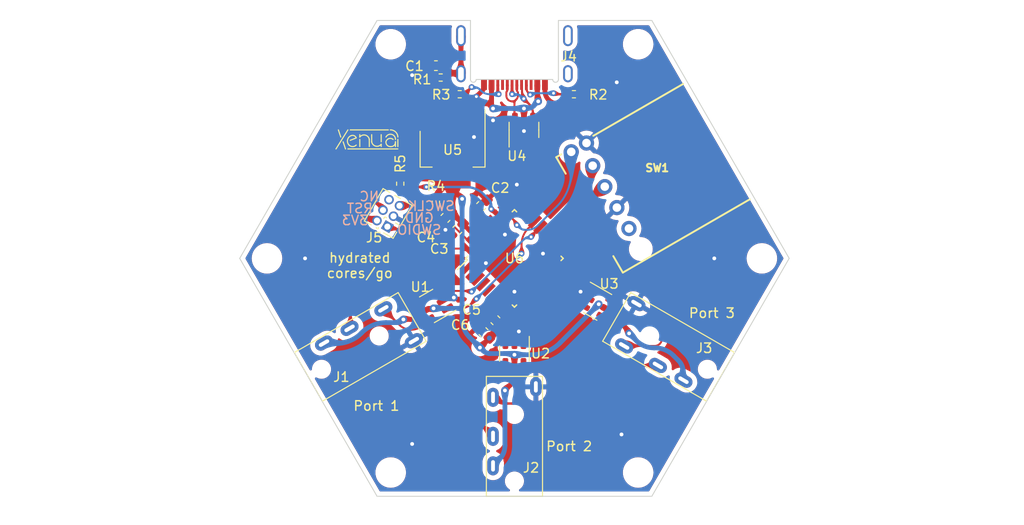
<source format=kicad_pcb>
(kicad_pcb (version 20211014) (generator pcbnew)

  (general
    (thickness 1.6)
  )

  (paper "A4")
  (layers
    (0 "F.Cu" signal)
    (31 "B.Cu" signal)
    (32 "B.Adhes" user "B.Adhesive")
    (33 "F.Adhes" user "F.Adhesive")
    (34 "B.Paste" user)
    (35 "F.Paste" user)
    (36 "B.SilkS" user "B.Silkscreen")
    (37 "F.SilkS" user "F.Silkscreen")
    (38 "B.Mask" user)
    (39 "F.Mask" user)
    (40 "Dwgs.User" user "User.Drawings")
    (41 "Cmts.User" user "User.Comments")
    (42 "Eco1.User" user "User.Eco1")
    (43 "Eco2.User" user "User.Eco2")
    (44 "Edge.Cuts" user)
    (45 "Margin" user)
    (46 "B.CrtYd" user "B.Courtyard")
    (47 "F.CrtYd" user "F.Courtyard")
    (48 "B.Fab" user)
    (49 "F.Fab" user)
    (50 "User.1" user)
    (51 "User.2" user)
    (52 "User.3" user)
    (53 "User.4" user)
    (54 "User.5" user)
    (55 "User.6" user)
    (56 "User.7" user)
    (57 "User.8" user)
    (58 "User.9" user)
  )

  (setup
    (stackup
      (layer "F.SilkS" (type "Top Silk Screen"))
      (layer "F.Paste" (type "Top Solder Paste"))
      (layer "F.Mask" (type "Top Solder Mask") (thickness 0.01))
      (layer "F.Cu" (type "copper") (thickness 0.035))
      (layer "dielectric 1" (type "core") (thickness 1.51) (material "FR4") (epsilon_r 4.5) (loss_tangent 0.02))
      (layer "B.Cu" (type "copper") (thickness 0.035))
      (layer "B.Mask" (type "Bottom Solder Mask") (thickness 0.01))
      (layer "B.Paste" (type "Bottom Solder Paste"))
      (layer "B.SilkS" (type "Bottom Silk Screen"))
      (copper_finish "None")
      (dielectric_constraints no)
    )
    (pad_to_mask_clearance 0)
    (pcbplotparams
      (layerselection 0x00010fc_ffffffff)
      (disableapertmacros false)
      (usegerberextensions false)
      (usegerberattributes true)
      (usegerberadvancedattributes true)
      (creategerberjobfile true)
      (svguseinch false)
      (svgprecision 6)
      (excludeedgelayer true)
      (plotframeref false)
      (viasonmask false)
      (mode 1)
      (useauxorigin false)
      (hpglpennumber 1)
      (hpglpenspeed 20)
      (hpglpendiameter 15.000000)
      (dxfpolygonmode true)
      (dxfimperialunits true)
      (dxfusepcbnewfont true)
      (psnegative false)
      (psa4output false)
      (plotreference true)
      (plotvalue true)
      (plotinvisibletext false)
      (sketchpadsonfab false)
      (subtractmaskfromsilk false)
      (outputformat 1)
      (mirror false)
      (drillshape 1)
      (scaleselection 1)
      (outputdirectory "")
    )
  )

  (net 0 "")
  (net 1 "Net-(C1-Pad1)")
  (net 2 "GND")
  (net 3 "Net-(C2-Pad2)")
  (net 4 "+3V3")
  (net 5 "Net-(J1-PadR1)")
  (net 6 "Net-(J1-PadR2)")
  (net 7 "Net-(J2-PadR1)")
  (net 8 "Net-(J2-PadR2)")
  (net 9 "Net-(J3-PadR1)")
  (net 10 "Net-(J3-PadR2)")
  (net 11 "/SWDIO")
  (net 12 "/RST")
  (net 13 "/SWCLK")
  (net 14 "unconnected-(J5-Pad6)")
  (net 15 "Net-(J4-PadA5)")
  (net 16 "Net-(J4-PadB5)")
  (net 17 "/P1_SCL")
  (net 18 "/P1_SDA")
  (net 19 "/P2_SCL")
  (net 20 "/P2_SDA")
  (net 21 "/P3_SCL")
  (net 22 "/P3_SDA")
  (net 23 "/USBD-")
  (net 24 "/USBD+")
  (net 25 "/DP")
  (net 26 "VBUS")
  (net 27 "/DM")
  (net 28 "unconnected-(U6-Pad1)")
  (net 29 "unconnected-(U6-Pad2)")
  (net 30 "unconnected-(U6-Pad3)")
  (net 31 "unconnected-(U6-Pad4)")
  (net 32 "unconnected-(U6-Pad7)")
  (net 33 "unconnected-(U6-Pad8)")
  (net 34 "unconnected-(U6-Pad13)")
  (net 35 "unconnected-(U6-Pad14)")
  (net 36 "unconnected-(U6-Pad15)")
  (net 37 "unconnected-(U6-Pad16)")
  (net 38 "unconnected-(U6-Pad5)")
  (net 39 "unconnected-(U6-Pad27)")
  (net 40 "unconnected-(J4-PadA8)")
  (net 41 "unconnected-(J4-PadB8)")
  (net 42 "/SW1")
  (net 43 "/SW_A")
  (net 44 "/SW_B")
  (net 45 "unconnected-(U6-Pad6)")

  (footprint "Package_TO_SOT_SMD:SOT-23-6" (layer "F.Cu") (at 187 52 -150))

  (footprint "pj320a:Jack_3.5mm_PJ320A_Horizontal" (layer "F.Cu") (at 175.229681 58.65 30))

  (footprint "MountingHole:MountingHole_2.2mm_M2_DIN965" (layer "F.Cu") (at 208.5 69.5))

  (footprint "Package_TO_SOT_SMD:SOT-23-6" (layer "F.Cu") (at 195.5 57 -90))

  (footprint "MountingHole:MountingHole_2.2mm_M2_DIN965" (layer "F.Cu") (at 182.5 24.5))

  (footprint "Resistor_SMD:R_0402_1005Metric_Pad0.72x0.64mm_HandSolder" (layer "F.Cu") (at 187.25 41.1525 -90))

  (footprint "Resistor_SMD:R_0402_1005Metric_Pad0.72x0.64mm_HandSolder" (layer "F.Cu") (at 189.75 29.75))

  (footprint "Capacitor_SMD:C_0603_1608Metric_Pad1.08x0.95mm_HandSolder" (layer "F.Cu") (at 192.25 54.75 135))

  (footprint "MountingHole:MountingHole_2.2mm_M2_DIN965" (layer "F.Cu") (at 208.5 24.5))

  (footprint "Capacitor_SMD:C_0603_1608Metric_Pad1.08x0.95mm_HandSolder" (layer "F.Cu") (at 189.5 44 -135))

  (footprint "Package_TO_SOT_SMD:SOT-23-6" (layer "F.Cu") (at 196.5 33.5 90))

  (footprint "MountingHole:MountingHole_2.2mm_M2_DIN965" (layer "F.Cu") (at 169.5 47))

  (footprint "Resistor_SMD:R_0402_1005Metric_Pad0.72x0.64mm_HandSolder" (layer "F.Cu") (at 201.75 29.75))

  (footprint "Capacitor_SMD:C_0603_1608Metric_Pad1.08x0.95mm_HandSolder" (layer "F.Cu") (at 187.25 26.75 180))

  (footprint "Capacitor_SMD:C_0603_1608Metric_Pad1.08x0.95mm_HandSolder" (layer "F.Cu") (at 192 41.5 -135))

  (footprint "Resistor_SMD:R_0402_1005Metric_Pad0.72x0.64mm_HandSolder" (layer "F.Cu") (at 187.75 28 180))

  (footprint "xenua:USB_C_Receptacle_GCT_USB4510" (layer "F.Cu") (at 195.5 22 180))

  (footprint "pj320a:Jack_3.5mm_PJ320A_Horizontal" (layer "F.Cu") (at 215.770319 58.65 150))

  (footprint "pj320a:Jack_3.5mm_PJ320A_Horizontal" (layer "F.Cu") (at 195.5 70.4 90))

  (footprint "xenua:EVQWGD001" (layer "F.Cu") (at 210.5 37.75 30))

  (footprint "xenua:sig" (layer "F.Cu") (at 176.75 35.5))

  (footprint "Package_QFP:TQFP-32_7x7mm_P0.8mm" (layer "F.Cu") (at 195.5 47 45))

  (footprint "Package_TO_SOT_SMD:SOT-223-3_TabPin2" (layer "F.Cu") (at 189 35.5 -90))

  (footprint "Capacitor_SMD:C_0603_1608Metric_Pad1.08x0.95mm_HandSolder" (layer "F.Cu") (at 188.25 42.75 -135))

  (footprint "Connector_PinHeader_1.27mm:PinHeader_2x03_P1.27mm_Vertical" (layer "F.Cu") (at 182.153766 43.666683 150))

  (footprint "MountingHole:MountingHole_2.2mm_M2_DIN965" (layer "F.Cu") (at 182.5 69.5))

  (footprint "Resistor_SMD:R_0402_1005Metric_Pad0.72x0.64mm_HandSolder" (layer "F.Cu") (at 183.5 39.1525 90))

  (footprint "Package_TO_SOT_SMD:SOT-23-6" (layer "F.Cu") (at 204.25 51.75 -30))

  (footprint "MountingHole:MountingHole_2.2mm_M2_DIN965" (layer "F.Cu") (at 221.5 47))

  (footprint "Capacitor_SMD:C_0603_1608Metric_Pad1.08x0.95mm_HandSolder" (layer "F.Cu") (at 193.5 53.5 135))

  (gr_line (start 195.5 28.3) (end 196.5 28.3) (layer "Dwgs.User") (width 0.15) (tstamp 31bd80de-4bb5-4c77-a663-2affc4147372))
  (gr_line (start 195.5 28.3) (end 194.5 28.3) (layer "Dwgs.User") (width 0.15) (tstamp 944dbd01-505d-494d-9f63-f2c8bd1db418))
  (gr_line (start 224.368 47) (end 209.934 72) (layer "Edge.Cuts") (width 0.1) (tstamp 0743bc59-afe2-4752-9e56-a24822d18aaa))
  (gr_line (start 181.066 22) (end 166.632 47) (layer "Edge.Cuts") (width 0.1) (tstamp 473ddb9d-3e9e-4912-a8c3-fb5b4dbbf8df))
  (gr_line (start 200.12 22) (end 209.934 22) (layer "Edge.Cuts") (width 0.1) (tstamp a6571e26-fdcf-48c3-8604-da94c9af25e8))
  (gr_line (start 181.066 72) (end 209.934 72) (layer "Edge.Cuts") (width 0.1) (tstamp c8afab4b-9964-4341-bc31-892e7e579723))
  (gr_line (start 224.368 47) (end 209.934 22) (layer "Edge.Cuts") (width 0.1) (tstamp dd35352e-d89e-484d-bef8-bac58c66a85a))
  (gr_line (start 166.632 47) (end 181.066 72) (layer "Edge.Cuts") (width 0.1) (tstamp ee989edf-8027-449d-bb77-fbb7e3e7649d))
  (gr_line (start 181.066 22) (end 190.88 22) (layer "Edge.Cuts") (width 0.1) (tstamp f46c70dd-2f86-4294-a0b2-5b136aa818ef))
  (gr_text "SWDIO" (at 185.5 44) (layer "B.SilkS") (tstamp 442e4c29-3088-41af-8517-f77d31721da9)
    (effects (font (size 1 1) (thickness 0.15)) (justify mirror))
  )
  (gr_text "SWCLK" (at 186.75 41.5) (layer "B.SilkS") (tstamp 514ecc23-0675-43eb-a8d8-133ff14e129f)
    (effects (font (size 1 1) (thickness 0.15)) (justify mirror))
  )
  (gr_text "NC" (at 180.25 40.5) (layer "B.SilkS") (tstamp 66c12b4d-c7e0-46d7-811d-ed920ffd0fcb)
    (effects (font (size 1 1) (thickness 0.15)) (justify mirror))
  )
  (gr_text "3V3" (at 178.75 43) (layer "B.SilkS") (tstamp 904edd67-bb0e-43ec-aab9-09bb8c3ed308)
    (effects (font (size 1 1) (thickness 0.15)) (justify mirror))
  )
  (gr_text "RST" (at 179.25 41.75) (layer "B.SilkS") (tstamp 93a05501-3df3-4f42-bfbe-c8be236c01f8)
    (effects (font (size 1 1) (thickness 0.15)) (justify mirror))
  )
  (gr_text "GND" (at 185.5 42.75) (layer "B.SilkS") (tstamp c704fc12-5f0d-4b46-b051-2850536bd319)
    (effects (font (size 1 1) (thickness 0.15)) (justify mirror))
  )
  (gr_text "Port 3" (at 216.25 52.75) (layer "F.SilkS") (tstamp 5766246d-539d-4256-86a4-9f8349610f84)
    (effects (font (size 1 1) (thickness 0.15)))
  )
  (gr_text "hydrated\ncores/go" (at 179.25 47.75) (layer "F.SilkS") (tstamp 7aeda96c-46b8-4006-b414-502a4fefdd07)
    (effects (font (size 1 1) (thickness 0.15)))
  )
  (gr_text "Port 2" (at 201.25 66.75) (layer "F.SilkS") (tstamp 9148d79b-a1b9-4ec5-ae49-7b2d5d0299a9)
    (effects (font (size 1 1) (thickness 0.15)))
  )
  (gr_text "Port 1" (at 181 62.5) (layer "F.SilkS") (tstamp e577fdcc-c176-4b4b-a228-e30f5b47f147)
    (effects (font (size 1 1) (thickness 0.15)))
  )

  (segment (start 189.030342 27.6) (end 189.42125 27.6) (width 0.5) (layer "F.Cu") (net 1) (tstamp 3f1b46a9-de00-44b6-b302-95ba5d4fc7be))
  (segment (start 189.88 27.14125) (end 189.88 23.6) (width 0.5) (layer "F.Cu") (net 1) (tstamp 8ef27395-8f02-4464-91f7-6df2b86cc43f))
  (segment (start 188.5475 27.8) (end 188.3475 28) (width 0.5) (layer "F.Cu") (net 1) (tstamp a8438cf0-2b94-4a9d-8963-c8f4621cc31d))
  (segment (start 188.638114 27.275614) (end 188.1125 26.75) (width 0.5) (layer "F.Cu") (net 1) (tstamp d354ecac-b3bc-4fed-903e-10d10882139b))
  (arc (start 189.030342 27.6) (mid 188.769029 27.651978) (end 188.5475 27.8) (width 0.5) (layer "F.Cu") (net 1) (tstamp 0a2d185c-629f-461f-8b6b-f91f1894e6ba))
  (arc (start 189.42125 27.6) (mid 189.42125 27.6) (end 189.42125 27.6) (width 0.5) (layer "F.Cu") (net 1) (tstamp 414a1d4c-7afc-4ffa-8579-88675cedc4ce))
  (arc (start 188.638114 27.275614) (mid 188.99742 27.515694) (end 189.42125 27.6) (width 0.5) (layer "F.Cu") (net 1) (tstamp 5daf2c3c-7702-4a59-b99d-84464c054bc4))
  (arc (start 189.42125 27.6) (mid 189.745635 27.465635) (end 189.88 27.14125) (width 0.5) (layer "F.Cu") (net 1) (tstamp 8e6e5f4d-6567-459b-ac23-dfc1d101e708))
  (arc (start 189.88 27.14125) (mid 189.745635 27.465635) (end 189.42125 27.6) (width 0.5) (layer "F.Cu") (net 1) (tstamp e47d9cf3-579e-4750-bc6d-bf58b55862bb))
  (segment (start 200.065685 30.75) (end 201.327503 30.75) (width 0.5) (layer "F.Cu") (net 2) (tstamp 01243b79-c596-4665-b7e4-e03ed5e2d85b))
  (segment (start 188.25 44) (end 188.849188 44.599188) (width 0.5) (layer "F.Cu") (net 2) (tstamp 03719843-5435-4291-8e92-d5b393806fb9))
  (segment (start 187.64012 43.375) (end 187.64012 43.60988) (width 0.5) (layer "F.Cu") (net 2) (tstamp 11dc4169-9f40-4605-8579-68c147f18d6b))
  (segment (start 202.3475 29.95125) (end 202.3475 29.75) (width 0.5) (layer "F.Cu") (net 2) (tstamp 13ec963b-04ef-4bfa-98f2-89920e941ff9))
  (segment (start 195.5 50.5) (end 195.835786 50.5) (width 0.5) (layer "F.Cu") (net 2) (tstamp 19231caf-260d-414a-8f99-844fa96fa85d))
  (segment (start 191.3 32.4) (end 191.3 34.164644) (width 0.5) (layer "F.Cu") (net 2) (tstamp 1ef98e3c-1ed0-4ea3-997b-56d6e4637e06))
  (segment (start 203.083322 51.133822) (end 202.4495 50.5) (width 0.5) (layer "F.Cu") (net 2) (tstamp 215ce0f6-5af5-4b67-ae69-b288192d34e1))
  (segment (start 188.875 44.60988) (end 188.89012 44.60988) (width 0.5) (layer "F.Cu") (net 2) (tstamp 3a447120-bb13-4c44-a114-ff648619224b))
  (segment (start 191.64012 54.14012) (end 191.34012 54.14012) (width 0.5) (layer "F.Cu") (net 2) (tstamp 4301754c-6d5d-4383-afc6-8c9a9e772a4c))
  (segment (start 191.35 32.35) (end 192.993933 32.35) (width 0.5) (layer "F.Cu") (net 2) (tstamp 55f1c4af-adb5-49e0-ace7-9fc384f5d29d))
  (segment (start 194.5 44.5) (end 194.032843 44.5) (width 0.5) (layer "F.Cu") (net 2) (tstamp 671095b0-ed5a-4ae7-ac85-9ee83cba59d8))
  (segment (start 187.650811 43.400811) (end 188.25 44) (width 0.5) (layer "F.Cu") (net 2) (tstamp 6fc9f2c2-bef9-48e2-9027-eb42ac7b78fe))
  (segment (start 193.25 32.5) (end 193.175 32.425) (width 0.5) (layer "F.Cu") (net 2) (tstamp 76bbad38-00e2-41b2-9ddd-aff8d95e873f))
  (segment (start 193.235356 44.16967) (end 192.777639 43.711953) (width 0.5) (layer "F.Cu") (net 2) (tstamp 844267ab-0c59-45ad-9cf9-19c1e73a2831))
  (segment (start 191.3 32.414644) (end 191.3 32.4) (width 0.5) (layer "F.Cu") (net 2) (tstamp 86b0791e-e64d-41a6-9b4e-9b2d1dee1dac))
  (segment (start 192.3 28.975244) (end 192.3 28.75) (width 0.5) (layer "F.Cu") (net 2) (tstamp 8732a11f-3ef6-4396-b98d-830ac6bfa2c8))
  (segment (start 198.7 29.384314) (end 198.7 28.75) (width 0.5) (layer "F.Cu") (net 2) (tstamp 89e4cfba-750c-4083-acc4-ed21bb6833df))
  (segment (start 188.517086 51.119622) (end 189.130378 51.119622) (width 0.5) (layer "F.Cu") (net 2) (tstamp 976eff56-3816-452d-9c77-d211b78adaef))
  (segment (start 188.140918 51.275436) (end 187.985104 51.43125) (width 0.5) (layer "F.Cu") (net 2) (tstamp 9821fdbc-a1cd-4bf4-b25b-5f699978c34b))
  (segment (start 191.275 34.225) (end 191.25 34.25) (width 0.5) (layer "F.Cu") (net 2) (tstamp 9a5c3670-eaa7-4dcf-9286-43ba42ac67e7))
  (segment (start 196.5 33.6245) (end 196.5 34.6375) (width 0.5) (layer "F.Cu") (net 2) (tstamp a3af9b14-6380-4eca-a818-510262168f6c))
  (segment (start 203.197823 51.18125) (end 203.264896 51.18125) (width 0.5) (layer "F.Cu") (net 2) (tstamp a6e977e2-d6fd-497d-8dbf-799018d7fc04))
  (segment (start 202.205194 30.294805) (end 202.04875 30.45125) (width 0.5) (layer "F.Cu") (net 2) (tstamp a945a064-87fa-4c73-a3a4-1a959dcf5758))
  (segment (start 192.60988 40.89012) (end 192.85988 40.89012) (width 0.5) (layer "F.Cu") (net 2) (tstamp b9c85551-8712-46b2-8570-ce78df9e2527))
  (segment (start 195.5 55.473111) (end 195.5 55.8625) (width 0.5) (layer "F.Cu") (net 2) (tstamp bd5982a1-f298-433e-aa00-1ad636989dff))
  (segment (start 196.409009 50.737436) (end 197.09099 51.419417) (width 0.5) (layer "F.Cu") (net 2) (tstamp cb6c4e8c-26d9-4358-bd61-00ae2e9a6b1a))
  (segment (start 191.5 30.000489) (end 192.140728 29.35976) (width 0.5) (layer "F.Cu") (net 2) (tstamp d2070829-6614-4d36-90ec-2c8dd2f421fd))
  (segment (start 191.275 32.475) (end 191.25 32.5) (width 0.5) (layer "F.Cu") (net 2) (tstamp e8fa3293-2de2-4a5a-9283-356607904c7c))
  (segment (start 195.964813 54.679626) (end 195.732406 54.912032) (width 0.5) (layer "F.Cu") (net 2) (tstamp fae566e4-cd29-42fd-a0cf-1046552b93b0))
  (via (at 216.5 47) (size 0.8) (drill 0.4) (layers "F.Cu" "B.Cu") (free) (net 2) (tstamp 03236581-83d5-46f9-9b92-dfba08a17e3e))
  (via (at 191.25 34.25) (size 0.8) (drill 0.4) (layers "F.Cu" "B.Cu") (net 2) (tstamp 1c4bf035-050b-405c-bea5-ceb3db0151fd))
  (via (at 195.964813 54.679626) (size 0.8) (drill 0.4) (layers "F.Cu" "B.Cu") (net 2) (tstamp 2eb2e4d3-f2ce-4f29-9070-1c4837a13861))
  (via (at 188.25 44) (size 0.8) (drill 0.4) (layers "F.Cu" "B.Cu") (net 2) (tstamp 2fe521ff-d6d1-4c05-8296-4c946423024c))
  (via (at 194.5 44.5) (size 0.8) (drill 0.4) (layers "F.Cu" "B.Cu") (free) (net 2) (tstamp 3b4c2257-f4dd-4ad9-b415-910c47910fb8))
  (via (at 192.5 47.5) (size 0.8) (drill 0.4) (layers "F.Cu" "B.Cu") (free) (net 2) (tstamp 43044d53-b707-4d3a-afb5-42d6b6af2e7c))
  (via (at 195.5 50.5) (size 0.8) (drill 0.4) (layers "F.Cu" "B.Cu") (free) (net 2) (tstamp 6431d07b-1cc3-48bf-98c9-a73b1e3fc17b))
  (via (at 173.5 47) (size 0.8) (drill 0.4) (layers "F.Cu" "B.Cu") (free) (net 2) (tstamp 841a072b-b3fa-45b8-a76b-f9a5c81a1364))
  (via (at 191.5 30.000489) (size 0.6) (drill 0.3) (layers "F.Cu" "B.Cu") (net 2) (tstamp 91f3669f-b5e2-4adf-afb0-e37eed958e60))
  (via (at 202.4495 50.5) (size 0.8) (drill 0.4) (layers "F.Cu" "B.Cu") (net 2) (tstamp 9707b9bf-a5fc-4e09-aebe-5bc06e829499))
  (via (at 206.75 65.5) (size 0.8) (drill 0.4) (layers "F.Cu" "B.Cu") (free) (net 2) (tstamp adb90deb-6853-4230-a382-6c8831b3f4f3))
  (via (at 198.5 46.5) (size 0.8) (drill 0.4) (layers "F.Cu" "B.Cu") (free) (net 2) (tstamp b439546a-c621-4887-b3aa-bc0ca20da5cb))
  (via (at 189.130378 51.119622) (size 0.8) (drill 0.4) (layers "F.Cu" "B.Cu") (net 2) (tstamp b6eda8ee-c639-4010-a71e-f418426c448a))
  (via (at 195.75 39.25) (size 0.8) (drill 0.4) (layers "F.Cu" "B.Cu") (free) (net 2) (tstamp bc4305ae-ca06-4789-823d-45aef5e290e2))
  (via (at 184.75 27.75) (size 0.8) (drill 0.4) (layers "F.Cu" "B.Cu") (free) (net 2) (tstamp c490a0cc-a139-4ae9-b6ad-1f989dec564b))
  (via (at 193.25 32.5) (size 0.8) (drill 0.4) (layers "F.Cu" "B.Cu") (net 2) (tstamp c569fb6a-628e-48b4-805b-d04f577f815a))
  (via (at 196.5 33.6245) (size 0.8) (drill 0.4) (layers "F.Cu" "B.Cu") (net 2) (tstamp d52eb3e6-c3f0-4f18-ac0b-40f1f9e6fd5e))
  (via (at 206.25 28.5) (size 0.8) (drill 0.4) (layers "F.Cu" "B.Cu") (free) (net 2) (tstamp f0d4f2d5-ebc4-472c-9ad0-46e60ab32a6a))
  (via (at 184.75 66.5) (size 0.8) (drill 0.4) (layers "F.Cu" "B.Cu") (free) (net 2) (tstamp fd8cd4a1-8cce-4033-93c0-c4b68cc71c6b))
  (arc (start 193.235356 44.16967) (mid 193.601246 44.41415) (end 194.032843 44.5) (width 0.5) (layer "F.Cu") (net 2) (tstamp 0a52fedd-967a-423d-aaaf-3875f20f935b))
  (arc (start 198.7 29.384314) (mid 198.803956 29.906939) (end 199.1 30.35) (width 0.5) (layer "F.Cu") (net 2) (tstamp 0e1c6bbc-4cc4-4ce9-b48a-8292bb286da8))
  (arc (start 188.849188 44.599188) (mid 188.86103 44.607101) (end 188.875 44.60988) (width 0.5) (layer "F.Cu") (net 2) (tstamp 17adff9d-c581-42e4-b552-035b922b5256))
  (arc (start 191.3 32.4) (mid 191.314644 32.364644) (end 191.35 32.35) (width 0.5) (layer "F.Cu") (net 2) (tstamp 1843d2c0-629c-44e7-8460-03ced60a2111))
  (arc (start 195.732406 54.912032) (mid 195.5604 55.169457) (end 195.5 55.473111) (width 0.5) (layer "F.Cu") (net 2) (tstamp 199ade13-7442-4da9-8eea-a8e7681e2aee))
  (arc (start 203.083322 51.133822) (mid 203.135855 51.168923) (end 203.197823 51.18125) (width 0.5) (layer "F.Cu") (net 2) (tstamp 19d6a411-8997-491d-aace-09fdbc63404d))
  (arc (start 191.3 32.4) (mid 191.3 32.4) (end 191.3 32.4) (width 0.5) (layer "F.Cu") (net 2) (tstamp 1a9f0d73-6986-450b-8da5-dca8d718cd0d))
  (arc (start 193.175 32.425) (mid 193.091925 32.369491) (end 192.993933 32.35) (width 0.5) (layer "F.Cu") (net 2) (tstamp 48a8c1f5-4bcb-4560-9762-44aaefee4419))
  (arc (start 202.04875 30.45125) (mid 201.717839 30.672357) (end 201.327503 30.75) (width 0.5) (layer "F.Cu") (net 2) (tstamp 5684e95c-6824-46cf-8e72-881178a51d31))
  (arc (start 187.64012 43.375) (mid 187.642898 43.388968) (end 187.650811 43.400811) (width 0.5) (layer "F.Cu") (net 2) (tstamp 5da0928a-9939-439c-bcbe-74de097058a8))
  (arc (start 192.3 28.975244) (mid 192.258606 29.183342) (end 192.140728 29.35976) (width 0.5) (layer "F.Cu") (net 2) (tstamp 79bd7607-8381-4bff-b61a-a2c7ffa05fe5))
  (arc (start 187.64012 43.375) (mid 187.64012 43.375) (end 187.64012 43.375) (width 0.5) (layer "F.Cu") (net 2) (tstamp b4856fa9-d711-4b3f-8ccf-343375c62dce))
  (arc (start 202.3475 29.95125) (mid 202.310515 30.13718) (end 202.205194 30.294805) (width 0.5) (layer "F.Cu") (net 2) (tstamp b7496a40-6116-4192-b413-2a22be4b5f9f))
  (arc (start 196.409009 50.737436) (mid 196.146012 50.561707) (end 195.835786 50.5) (width 0.5) (layer "F.Cu") (net 2) (tstamp b8381d48-3c5b-401b-ac19-279d8173864c))
  (arc (start 191.3 34.164644) (mid 191.293502 34.197308) (end 191.275 34.225) (width 0.5) (layer "F.Cu") (net 2) (tstamp bca99a8e-598f-436a-9158-7a050d1f7ca4))
  (arc (start 188.517086 51.119622) (mid 188.313505 51.160116) (end 188.140918 51.275436) (width 0.5) (layer "F.Cu") (net 2) (tstamp c0e13d91-53b7-4de6-8d61-7c13732113b8))
  (arc (start 191.35 32.35) (mid 191.314644 32.364644) (end 191.3 32.4) (width 0.5) (layer "F.Cu") (net 2) (tstamp cad44c02-7fd2-4e9a-b93a-e1b73d6a3ee6))
  (arc (start 199.1 30.35) (mid 199.54306 30.646043) (end 200.065685 30.75) (width 0.5) (layer "F.Cu") (net 2) (tstamp f0f3907b-44e3-4106-9f24-d8ce836b6bb0))
  (arc (start 191.3 32.414644) (mid 191.293502 32.447308) (end 191.275 32.475) (width 0.5) (layer "F.Cu") (net 2) (tstamp f45c8190-2f27-434c-8fbf-7d8a911faaab))
  (segment (start 191.801036 43.866722) (end 192.211953 44.277639) (width 0.3) (layer "F.Cu") (net 3) (tstamp 1bd98adf-6059-495f-94b7-9f4ef4e778fb))
  (segment (start 191.39012 42.874682) (end 191.39012 42.10988) (width 0.3) (layer "F.Cu") (net 3) (tstamp 22f790b9-c1d9-412d-ac0e-7bd254369216))
  (arc (start 191.39012 42.874682) (mid 191.496913 43.41157) (end 191.801036 43.866722) (width 0.3) (layer "F.Cu") (net 3) (tstamp 60ca4740-3009-4486-93d6-c2502818122b))
  (segment (start 189.48488 42.76512) (end 188.92994 42.21018) (width 0.5) (layer "F.Cu") (net 4) (tstamp 0376f97d-4fda-40e2-8ae7-be256dd0b17a))
  (segment (start 205.193281 52.31875) (end 205.049712 52.31875) (width 0.5) (layer "F.Cu") (net 4) (tstamp 04cd1be7-98f7-4cec-9bc2-093fcec1606d))
  (segment (start 189 39.2) (end 189 41.90092) (width 0.5) (layer "F.Cu") (net 4) (tstamp 04d8fd5a-af67-40da-a8c2-f7fab9d79c3b))
  (segment (start 191.875 56.375) (end 192.849188 55.400811) (width 0.5) (layer "F.Cu") (net 4) (tstamp 1d81386a-c764-455e-a123-419b6cfd4065))
  (segment (start 205.193281 52.31875) (end 205.276927 52.31875) (width 0.5) (layer "F.Cu") (net 4) (tstamp 218a2487-4406-4830-b6ad-8a4182eda4f4))
  (segment (start 191.604676 44.843324) (end 191.646268 44.843324) (width 0.5) (layer "F.Cu") (net 4) (tstamp 23bdbd44-4a30-4d2c-b3c5-4d4dfb6ad7d1))
  (segment (start 185.85552 52.728124) (end 185.590147 52.993498) (width 0.5) (layer "F.Cu") (net 4) (tstamp 32dcc70a-1e38-4dff-8bd2-7fe6cd7ba6cd))
  (segment (start 195.5 58.644) (end 195.5 59.168393) (width 0.5) (layer "F.Cu") (net 4) (tstamp 37df637f-662f-40f0-adc0-7d1db39f5ebd))
  (segment (start 189 38.1) (end 189 32.35) (width 0.5) (layer "F.Cu") (net 4) (tstamp 37ffdb94-6f74-4094-8d04-8477df25c710))
  (segment (start 187 52.25) (end 186.559036 52.25) (width 0.5) (layer "F.Cu") (net 4) (tstamp 4fd2be35-f3dc-4152-8d6b-941d855e1521))
  (segment (start 186.174271 52.409375) (end 185.85552 52.728124) (width 0.5) (layer "F.Cu") (net 4) (tstamp 55b28997-b330-40d1-b32a-125cd071668d))
  (segment (start 189.388908 40.138908) (end 190 40.75) (width 0.5) (layer "F.Cu") (net 4) (tstamp 5f0d7789-3d8e-4525-b01d-b4b0497082e8))
  (segment (start 191.533674 44.813914) (end 190.73488 44.01512) (width 0.5) (layer "F.Cu") (net 4) (tstamp 653c887b-6912-4e12-9d5b-b353929ef1fc))
  (segment (start 205.276927 52.31875) (end 205.31875 52.31875) (width 0.5) (layer "F.Cu") (net 4) (tstamp 6a1464e6-525c-4f06-8066-5df619f0f8e1))
  (segment (start 180.700361 43.031683) (end 181.053914 43.031683) (width 0.5) (layer "F.Cu") (net 4) (tstamp 6eae3b60-1582-4df7-b905-1c27d01dafb7))
  (segment (start 195.5 57.631) (end 195.5 58.644) (width 0.5) (layer "F.Cu") (net 4) (tstamp 6fff55eb-076f-4a2f-86d3-091fcb2366e9))
  (segment (start 194.734879 53.484879) (end 196.131897 52.087862) (width 0.5) (layer "F.Cu") (net 4) (tstamp 83428e0e-6169-45e1-8979-696ca9eea4f3))
  (segment (start 204.357821 51.81225) (end 204.733229 52.187658) (width 0.5) (layer "F.Cu") (net 4) (tstamp 87595e44-a48a-4a99-85f5-ef2ea90c9e37))
  (segment (start 207.5505 54.757262) (end 207.5505 54.880378) (width 0.5) (layer "F.Cu") (net 4) (tstamp 8b5bfda2-79a7-4762-a6d8-16647750378e))
  (segment (start 189.48488 42.76512) (end 190.73488 44.01512) (width 0.5) (layer "F.Cu") (net 4) (tstamp 9cdaf74c-bd9d-4293-9612-c30a4bca9a30))
  (segment (start 207.463443 54.547089) (end 205.264677 52.348323) (width 0.5) (layer "F.Cu") (net 4) (tstamp 9e999c9d-e058-4f07-9aa3-a9dc594b76bf))
  (segment (start 188.611091 39.038908) (end 187.3048 40.345199) (width 0.5) (layer "F.Cu") (net 4) (tstamp 9f57eebc-b460-4a82-8171-ddd51d1041fb))
  (segment (start 196.379981 51.985103) (end 196.525305 51.985103) (width 0.5) (layer "F.Cu") (net 4) (tstamp a9eb8cd6-d2df-495d-97f8-cf25705e5da3))
  (segment (start 178.9025 40.592437) (end 178.9025 40.267483) (width 0.5) (layer "F.Cu") (net 4) (tstamp aebfa671-5b50-4c69-8677-95fe12ef826c))
  (segment (start 183.662175 38.65) (end 188.45 38.65) (width 0.5) (layer "F.Cu") (net 4) (tstamp afa47a69-e5a4-42a4-be66-0114bd5c3349))
  (segment (start 180.096808 42.781683) (end 179.606027 42.290902) (width 0.5) (layer "F.Cu") (net 4) (tstamp b2e62c9c-d445-432c-86ff-986b894fa53f))
  (segment (start 187.25 40.4775) (end 187.25 40.555) (width 0.5) (layer "F.Cu") (net 4) (tstamp b42c2237-55bc-47ec-aacd-3cf43e17f2d4))
  (segment (start 195 60.3755) (end 194.5 60.8755) (width 0.5) (layer "F.Cu") (net 4) (tstamp b98b2aa4-f17c-4944-a63b-517efd27344b))
  (segment (start 192.870571 55.349188) (end 193.48488 54.73488) (width 0.5) (layer "F.Cu") (net 4) (tstamp c71cbc25-a226-480e-9120-4c90056547ed))
  (segment (start 194.734879 53.484879) (end 193.48488 54.73488) (width 0.5) (layer "F.Cu") (net 4) (tstamp d97f24b8-3f5c-4536-a071-0786594f3ffe))
  (segment (start 189 38.1) (end 189 39.2) (width 0.5) (layer "F.Cu") (net 4) (tstamp da37a168-b259-4f98-9030-90f2f5ac962a))
  (segment (start 183.831753 53.418247) (end 184.564713 53.418247) (width 0.5) (layer "F.Cu") (net 4) (tstamp db128544-f66c-42f4-beb9-1d8c80c15d88))
  (segment (start 180.519983 38.65) (end 183.337824 38.65) (width 0.5) (layer "F.Cu") (net 4) (tstamp e9355b40-9e5c-455b-b1a8-fe00e2b96664))
  (segment (start 195.5 57.631) (end 195.5 57.1245) (width 0.5) (layer "F.Cu") (net 4) (tstamp fa5ea037-1b76-4529-80bf-e23d4b9a0e7b))
  (via (at 207.5505 54.880378) (size 0.8) (drill 0.4) (layers "F.Cu" "B.Cu") (net 4) (tstamp 15841606-09ac-42c9-ac6d-455675705d16))
  (via (at 190 40.75) (size 0.8) (drill 0.4) (layers "F.Cu" "B.Cu") (net 4) (tstamp 1fd275a0-197e-4d60-9ea7-4acf500af443))
  (via (at 191.875 56.375) (size 0.8) (drill 0.4) (layers "F.Cu" "B.Cu") (net 4) (tstamp 386c9c06-9604-4504-9e90-3a42cced6a3c))
  (via (at 195.5 57.1245) (size 0.8) (drill 0.4) (layers "F.Cu" "B.Cu") (net 4) (tstamp 3cf37809-8882-441f-bd8e-11eadeb9b4f2))
  (via (at 194.5 60.8755) (size 0.8) (drill 0.4) (layers "F.Cu" "B.Cu") (net 4) (tstamp 4e3faa3b-685b-4b59-bbf2-b4a54ad2dfc1))
  (via (at 183.831753 53.418247) (size 0.8) (drill 0.4) (layers "F.Cu" "B.Cu") (net 4) (tstamp 60d2675f-2544-4550-ba8e-d0ef2889d24f))
  (via (at 187 52.25) (size 0.8) (drill 0.4) (layers "F.Cu" "B.Cu") (net 4) (tstamp 88c5b4a9-3364-45ea-b9c0-bb33f0271133))
  (via (at 204.357821 51.81225) (size 0.8) (drill 0.4) (layers "F.Cu" "B.Cu") (net 4) (tstamp b9112406-6880-496a-8cf3-329d93d8abc3))
  (arc (start 183.5475 38.6025) (mid 183.600113 38.637655) (end 183.662175 38.65) (width 0.5) (layer "F.Cu") (net 4) (tstamp 10e5ae6d-e43e-4ff8-abc5-fd9df16782da))
  (arc (start 188.611091 39.038908) (mid 188.660475 38.790635) (end 188.45 38.65) (width 0.5) (layer "F.Cu") (net 4) (tstamp 28f921ab-5f55-47f8-b726-02e567145cd5))
  (arc (start 191.533674 44.813914) (mid 191.566249 44.83568) (end 191.604676 44.843324) (width 0.5) (layer "F.Cu") (net 4) (tstamp 290c753b-3b9b-4c45-85a5-65bd9eae1f9e))
  (arc (start 189 39.2) (mid 188.859364 38.989523) (end 188.611091 39.038908) (width 0.5) (layer "F.Cu") (net 4) (tstamp 4223805d-8db1-4df1-b73a-3d99f37f1701))
  (arc (start 189 39.2) (mid 189 39.2) (end 189 39.2) (width 0.5) (layer "F.Cu") (net 4) (tstamp 4263a0e8-33fc-439f-9b56-889a4f5d7b26))
  (arc (start 178.9025 40.592437) (mid 179.08534 41.511639) (end 179.606027 42.290902) (width 0.5) (layer "F.Cu") (net 4) (tstamp 557d128f-cf69-4c70-9959-d139ac95c63c))
  (arc (start 188.92994 42.07006) (mid 188.90092 42.14012) (end 188.92994 42.21018) (width 0.5) (layer "F.Cu") (net 4) (tstamp 5aa1c642-a9f0-4211-8572-3a7e8453422e))
  (arc (start 192.870571 55.349188) (mid 192.862658 55.36103) (end 192.85988 55.375) (width 0.5) (layer "F.Cu") (net 4) (tstamp 6a5b3eea-de35-4a54-8316-e56ea2a634e4))
  (arc (start 179.37625 39.12375) (mid 179.025623 39.648499) (end 178.9025 40.267483) (width 0.5) (layer "F.Cu") (net 4) (tstamp 6dc32d24-5ef0-4c0e-ad26-4d147b147b28))
  (arc (start 183.5475 38.6025) (mid 183.5 38.582824) (end 183.4525 38.6025) (width 0.5) (layer "F.Cu") (net 4) (tstamp 740c9c9e-c377-4082-a7c2-2dfeb8296429))
  (arc (start 187.3048 40.345199) (mid 187.264242 40.405899) (end 187.25 40.4775) (width 0.5) (layer "F.Cu") (net 4) (tstamp 856c0384-2dfc-47d2-a66c-a145c3149f14))
  (arc (start 189 41.90092) (mid 188.981791 41.992457) (end 188.92994 42.07006) (width 0.5) (layer "F.Cu") (net 4) (tstamp 88e4f832-79d6-4c54-9ce3-4328dcb9d5b5))
  (arc (start 186.559036 52.25) (mid 186.350802 52.29142) (end 186.174271 52.409375) (width 0.5) (layer "F.Cu") (net 4) (tstamp 899a4caf-0563-4c2a-9bca-5aa28747ef75))
  (arc (start 189 39.2) (mid 189.101073 39.708133) (end 189.388908 40.138908) (width 0.5) (layer "F.Cu") (net 4) (tstamp 8a0095e3-f64e-4bc6-8d5a-1cdcee192b11))
  (arc (start 207.463443 54.547089) (mid 207.527874 54.643517) (end 207.5505 54.757262) (width 0.5) (layer "F.Cu") (net 4) (tstamp 90b3e3a5-04e0-491b-97bf-2e8a21e1833b))
  (arc (start 183.4525 38.6025) (mid 183.399886 38.637655) (end 183.337824 38.65) (width 0.5) (layer "F.Cu") (net 4) (tstamp afc58bc7-e8b3-4ec7-b7ec-e155055196a5))
  (arc (start 205.264677 52.348323) (mid 205.23192 52.326435) (end 205.193281 52.31875) (width 0.5) (layer "F.Cu") (net 4) (tstamp b285d77c-3eef-4763-b6e4-d7759b529dfd))
  (arc (start 195.5 59.168393) (mid 195.370054 59.821674) (end 195 60.3755) (width 0.5) (layer "F.Cu") (net 4) (tstamp b2cac11a-5f3b-43d7-88e5-8d0241ac6453))
  (arc (start 205.276927 52.31875) (mid 205.260921 52.329444) (end 205.264677 52.348323) (width 0.5) (layer "F.Cu") (net 4) (tstamp b70f4be0-be81-40f1-b237-a16be3740211))
  (arc (start 196.379981 51.985103) (mid 196.245719 52.011809) (end 196.131897 52.087862) (width 0.5) (layer "F.Cu") (net 4) (tstamp c9ab240f-b898-4113-9b58-995237cd751a))
  (arc (start 180.096808 42.781683) (mid 180.37372 42.96671) (end 180.700361 43.031683) (width 0.5) (layer "F.Cu") (net 4) (tstamp cec22d4a-eda3-4d50-8609-c3a123c120be))
  (arc (start 204.733229 52.187658) (mid 204.878432 52.28468) (end 205.049712 52.31875) (width 0.5) (layer "F.Cu") (net 4) (tstamp d27bd75e-eeb9-4d8b-bfdb-bddce4b94b6c))
  (arc (start 192.85988 55.375) (mid 192.857101 55.388968) (end 192.849188 55.400811) (width 0.5) (layer "F.Cu") (net 4) (tstamp d40f18db-c543-4c22-a8b0-72b9c9e5ae8b))
  (arc (start 180.519983 38.65) (mid 179.900999 38.773123) (end 179.37625 39.12375) (width 0.5) (layer "F.Cu") (net 4) (tstamp d4f9d898-7a83-4186-a9d6-9da79adbdd19))
  (arc (start 185.590147 52.993498) (mid 185.119674 53.307858) (end 184.564713 53.418247) (width 0.5) (layer "F.Cu") (net 4) (tstamp e4d0483b-1c21-4fb6-87dd-47e636746c0e))
  (arc (start 188.45 38.65) (mid 188.838908 38.488908) (end 189 38.1) (width 0.5) (layer "F.Cu") (net 4) (tstamp e89e5b16-554a-4d97-8f95-fc89c9b40d74))
  (segment (start 190 51.125) (end 190 51.875) (width 0.5) (layer "B.Cu") (net 4) (tstamp 05c4a04b-0442-4e18-9747-3d9fc4a562fe))
  (segment (start 204.357821 51.81225) (end 200.299119 55.870951) (width 0.5) (layer "B.Cu") (net 4) (tstamp 06ce9a2f-62c9-4ebd-81db-3fa9016ba633))
  (segment (start 190 40.75) (end 190 51.125) (width 0.5) (layer "B.Cu") (net 4) (tstamp 06cf9d8c-80ee-474a-9941-3419d77ef170))
  (segment (start 189.625 52.25) (end 187 52.25) (width 0.5) (layer "B.Cu") (net 4) (tstamp 0f2345df-1720-4a1d-8df4-9dea06adef0f))
  (segment (start 194.5 60.8755) (end 194.5 66.666116) (width 0.5) (layer "B.Cu") (net 4) (tstamp 1054d765-304e-44ee-a408-f73ba3541d44))
  (segment (start 191.875 56.375) (end 190.795495 55.295495) (width 0.5) (layer "B.Cu") (net 4) (tstamp 19a9d3b5-5aa1-449e-ab8e-d103756ba404))
  (segment (start 191.875 56.375) (end 192.1875 56.6875) (width 0.5) (layer "B.Cu") (net 4) (tstamp 1c370c68-124e-4b3b-87da-08abf9cdb16f))
  (segment (start 183.665876 53.584123) (end 183.831753 53.418247) (width 0.5) (layer "B.Cu") (net 4) (tstamp 3808ff98-c381-4bc8-9063-5fab6223c5fb))
  (segment (start 179.460514 54.805128) (end 179.38027 54.885373) (width 0.5) (layer "B.Cu") (net 4) (tstamp 3f9a7152-7e4a-4640-b4c9-cab06e70526d))
  (segment (start 192.941941 57) (end 195.287465 57) (width 0.5) (layer "B.Cu") (net 4) (tstamp 41eb36ad-85e7-4f39-8dca-cb50bceb3b2a))
  (segment (start 208.310311 55.640189) (end 207.5505 54.880378) (width 0.5) (layer "B.Cu") (net 4) (tstamp 48c439fd-8a6d-4e60-bfad-1018cdb1bb64))
  (segment (start 210.144657 56.4) (end 210.235061 56.4) (width 0.5) (layer "B.Cu") (net 4) (tstamp 6a72969c-584a-408a-8c75-b04f16c58fd0))
  (segment (start 190 51.875) (end 190 52.625) (width 0.5) (layer "B.Cu") (net 4) (tstamp 7a332b0c-4cba-438b-85c1-9efe2690fb62))
  (segment (start 183.265415 53.75) (end 182.007822 53.75) (width 0.5) (layer "B.Cu") (net 4) (tstamp 8ed34d6f-8f07-44c1-a2a3-f184d6d9a08f))
  (segment (start 195.43775 57.06225) (end 195.5 57.1245) (width 0.5) (layer "B.Cu") (net 4) (tstamp 933a5253-1d0e-4516-b330-14ba65ca36d4))
  (segment (start 195.5 57.1245) (end 197.272785 57.1245) (width 0.5) (layer "B.Cu") (net 4) (tstamp ab21e7a8-ef62-40a0-a378-209c765cc4bb))
  (segment (start 204.357821 51.81225) (end 204.357821 51.892179) (width 0.5) (layer "B.Cu") (net 4) (tstamp b47a98da-d24c-4742-b64e-3ffd9972ce0f))
  (segment (start 212.715602 57.715602) (end 212.223736 57.223736) (width 0.5) (layer "B.Cu") (net 4) (tstamp b6af3339-77e3-4805-9423-056f5e2a366f))
  (segment (start 213.259678 59.029117) (end 213.259678 59.798557) (width 0.5) (layer "B.Cu") (net 4) (tstamp be23aa73-d1da-4488-a1e1-b3cf08c1510c))
  (segment (start 190 53.375) (end 190 52.625) (width 0.5) (layer "B.Cu") (net 4) (tstamp c60c4acf-3d6f-48da-b735-ac7a7ae5c6f8))
  (segment (start 192.85988 55.35988) (end 192.85988 55.39012) (width 0.5) (layer "B.Cu") (net 4) (tstamp cfc1a7f1-4f5f-4e2a-9495-cffc1dc92ace))
  (segment (start 176.927261 55.901443) (end 175.490322 55.901443) (width 0.5) (layer "B.Cu") (net 4) (tstamp e5ad5b73-1a14-43b4-b264-e78da8de87af))
  (segment (start 193.875 68.175) (end 193.25 68.8) (width 0.5) (layer "B.Cu") (net 4) (tstamp f993d1dc-6946-40ed-b85c-1fb14a3842b8))
  (arc (start 179.38027 54.885373) (mid 178.25482 55.637375) (end 176.927261 55.901443) (width 0.5) (layer "B.Cu") (net 4) (tstamp 1c4dfe58-85b1-467f-8e9d-bdb7a0d0ca8e))
  (arc (start 189.625 52.25) (mid 189.890165 52.140165) (end 190 51.875) (width 0.5) (layer "B.Cu") (net 4) (tstamp 2628b16a-8b1e-4398-be45-c147110e73bb))
  (arc (start 208.310311 55.640189) (mid 209.151916 56.202531) (end 210.144657 56.4) (width 0.5) (layer "B.Cu") (net 4) (tstamp 2b1a1d99-4ea2-4cae-846a-5609aadc4265))
  (arc (start 190 53.375) (mid 190.206742 54.414364) (end 190.795495 55.295495) (width 0.5) (layer "B.Cu") (net 4) (tstamp 3497045f-d218-47c9-8fd1-2d0a39585aa6))
  (arc (start 212.715602 57.715602) (mid 213.118277 58.318247) (end 213.259678 59.029117) (width 0.5) (layer "B.Cu") (net 4) (tstamp 3bc24d10-b3eb-4abe-836d-a8521ccc4341))
  (arc (start 195.43775 57.06225) (mid 195.368798 57.016178) (end 195.287465 57) (width 0.5) (layer "B.Cu") (net 4) (tstamp 3cf0233f-86e3-4b85-ad75-fb8a46f37498))
  (arc (start 212.223736 57.223736) (mid 211.311324 56.614082) (end 210.235061 56.4) (width 0.5) (layer "B.Cu") (net 4) (tstamp 481354ed-51b9-4db2-9835-781681979b4b))
  (arc (start 190 52.625) (mid 189.890165 52.359834) (end 189.625 52.25) (width 0.5) (layer "B.Cu") (net 4) (tstamp 594594ee-9de8-45bc-b621-a9251877b0c2))
  (arc (start 182.007822 53.75) (mid 180.629229 54.024218) (end 179.460514 54.805128) (width 0.5) (layer "B.Cu") (net 4) (tstamp 77121855-7958-40c5-81ca-b386a811e84c))
  (arc (start 183.665876 53.584123) (mid 183.482143 53.706889) (end 183.265415 53.75) (width 0.5) (layer "B.Cu") (net 4) (tstamp 8cf4e6c7-f213-4dc6-a215-9a85d8791784))
  (arc (start 200.299119 55.870951) (mid 198.910625 56.798713) (end 197.272785 57.1245) (width 0.5) (layer "B.Cu") (net 4) (tstamp 90912a07-8f0d-457a-b78a-1c112c8f2052))
  (arc (start 194.5 66.666116) (mid 194.337567 67.482718) (end 193.875 68.175) (width 0.5) (layer "B.Cu") (net 4) (tstamp da7eee34-4516-4154-9034-7c9b8e2afe41))
  (arc (start 192.1875 56.6875) (mid 192.53364 56.918783) (end 192.941941 57) (width 0.5) (layer "B.Cu") (net 4) (tstamp dd552f19-e379-4dd5-a10b-882b6c8e7a65))
  (segment (start 185.896535 53.984834) (end 186.489896 53.391474) (width 0.2) (layer "F.Cu") (net 5) (tstamp 353d10af-18da-4a76-9647-8341271e9bc7))
  (segment (start 183.409096 53.984834) (end 181.725705 52.301443) (width 0.2) (layer "F.Cu") (net 5) (tstamp 9db3c135-a7d1-4169-863d-387a1cae1452))
  (arc (start 185.896535 53.984834) (mid 185.325912 54.366112) (end 184.652816 54.5) (width 0.2) (layer "F.Cu") (net 5) (tstamp a2d090b5-bdc2-4863-87f2-2ea46a246d3d))
  (arc (start 183.409096 53.984834) (mid 183.979719 54.366112) (end 184.652816 54.5) (width 0.2) (layer "F.Cu") (net 5) (tstamp bc408f2c-2338-4a2e-9d30-e90fd4d4f487))
  (segment (start 182.144023 50.5) (end 183.412796 50.5) (width 0.2) (layer "F.Cu") (net 6) (tstamp 28735097-78ba-4ee8-81ae-409197c70305))
  (segment (start 184.916883 51.123013) (end 185.539896 51.746026) (width 0.2) (layer "F.Cu") (net 6) (tstamp 53af02fe-5e71-4006-828c-d42765cd6a8f))
  (segment (start 179.337499 51.662499) (end 178.714679 52.28532) (width 0.2) (layer "F.Cu") (net 6) (tstamp c6c2dde5-ac0c-4e64-8327-e95b073235c7))
  (segment (start 178.175 53.588221) (end 178.175 54.351443) (width 0.2) (layer "F.Cu") (net 6) (tstamp f4b1fa00-7406-401d-8a77-cbd0708ac181))
  (arc (start 184.916883 51.123013) (mid 184.226802 50.661915) (end 183.412796 50.5) (width 0.2) (layer "F.Cu") (net 6) (tstamp 6476e233-d260-45fe-84d2-9ade7d0003a0))
  (arc (start 182.144023 50.5) (mid 180.625143 50.802123) (end 179.337499 51.662499) (width 0.2) (layer "F.Cu") (net 6) (tstamp a29e1299-22c5-4fd2-9a37-e405785962a9))
  (arc (start 178.714679 52.28532) (mid 178.315258 52.883096) (end 178.175 53.588221) (width 0.2) (layer "F.Cu") (net 6) (tstamp fdd41a68-206a-4076-b64a-8b7633d428d6))
  (segment (start 193.575 61.925) (end 193.25 61.6) (width 0.25) (layer "F.Cu") (net 7) (tstamp 4eefa2b9-0a99-4c31-a73e-dce3db494272))
  (segment (start 196.45 61.055025) (end 196.45 58.1375) (width 0.25) (layer "F.Cu") (net 7) (tstamp b44709c6-5ba2-4a10-89f2-e6e6dd62901a))
  (segment (start 194.359619 62.25) (end 195.255025 62.25) (width 0.25) (layer "F.Cu") (net 7) (tstamp da11773f-51dd-4c3c-9be6-17f5dce699bf))
  (arc (start 196.1 61.9) (mid 195.712322 62.159037) (end 195.255025 62.25) (width 0.25) (layer "F.Cu") (net 7) (tstamp 8dcf40e6-09a5-42e4-8b46-f4738540468d))
  (arc (start 193.575 61.925) (mid 193.934986 62.165535) (end 194.359619 62.25) (width 0.25) (layer "F.Cu") (net 7) (tstamp a8cdda0e-7b06-4b92-8078-341b4e32614a))
  (arc (start 196.45 61.055025) (mid 196.359037 61.512322) (end 196.1 61.9) (width 0.25) (layer "F.Cu") (net 7) (tstamp d6cc98ff-7d68-4734-afa1-c7dd225e08d3))
  (segment (start 194.20625 58.1375) (end 194.55 58.1375) (width 0.25) (layer "F.Cu") (net 8) (tstamp 254f268c-baf2-4dbe-bb24-9eda39397444))
  (segment (start 191.75 63.139339) (end 191.75 61.743763) (width 0.25) (layer "F.Cu") (net 8) (tstamp 2ff79a41-9f22-4fe1-94d5-4ed29213b079))
  (segment (start 193.619432 58.380567) (end 192.80625 59.19375) (width 0.25) (layer "F.Cu") (net 8) (tstamp 5549b63e-a6a1-4dc2-962d-37089633fd05))
  (segment (start 192.5 64.95) (end 193.25 65.7) (width 0.25) (layer "F.Cu") (net 8) (tstamp c273d2f8-f30a-40a7-abbc-97e240c283ea))
  (arc (start 194.20625 58.1375) (mid 193.888666 58.200671) (end 193.619432 58.380567) (width 0.25) (layer "F.Cu") (net 8) (tstamp 84315919-677c-4909-a747-2c92c96d5870))
  (arc (start 192.80625 59.19375) (mid 192.02451 60.363705) (end 191.75 61.743763) (width 0.25) (layer "F.Cu") (net 8) (tstamp 90207e9d-650a-4c45-b7d5-e506cc85537d))
  (arc (start 191.75 63.139339) (mid 191.944918 64.119261) (end 192.5 64.95) (width 0.25) (layer "F.Cu") (net 8) (tstamp efd79052-e146-4d61-9e0a-ba764a5a966b))
  (segment (start 209.107039 53.75) (end 209.719669 53.75) (width 0.2) (layer "F.Cu") (net 9) (tstamp 43122158-74fb-4bff-a206-ea7936e5b044))
  (segment (start 207.155882 52.941804) (end 205.710104 51.496026) (width 0.2) (layer "F.Cu") (net 9) (tstamp 68593248-e9b3-4285-a3d7-62c709eacbc3))
  (segment (start 210.234265 56.198557) (end 207.024295 56.198557) (width 0.2) (layer "F.Cu") (net 9) (tstamp 6b3b47f6-b791-455c-83c8-d68e8001aff5))
  (segment (start 211 55.432822) (end 211 55.03033) (width 0.2) (layer "F.Cu") (net 9) (tstamp eb2a59e5-ee5d-46c4-b8fa-0207a14e1124))
  (arc (start 211 55.432822) (mid 210.941711 55.725856) (end 210.775721 55.974278) (width 0.2) (layer "F.Cu") (net 9) (tstamp 04868f85-bc69-4fa9-8e62-d78ffe5ae58e))
  (arc (start 210.625 54.125) (mid 210.90254 54.540368) (end 211 55.03033) (width 0.2) (layer "F.Cu") (net 9) (tstamp 2792ed93-89db-4e51-99ff-281323e776eb))
  (arc (start 207.155882 52.941804) (mid 208.05108 53.539956) (end 209.107039 53.75) (width 0.2) (layer "F.Cu") (net 9) (tstamp 4102ae0e-3d75-40cd-957b-0b4db5d3f5ee))
  (arc (start 210.775721 55.974278) (mid 210.527299 56.140268) (end 210.234265 56.198557) (width 0.2) (layer "F.Cu") (net 9) (tstamp 9a88d63d-f7e5-416d-9807-a8e942aef287))
  (arc (start 210.625 54.125) (mid 210.20963 53.847459) (end 209.719669 53.75) (width 0.2) (layer "F.Cu") (net 9) (tstamp cd8c6c53-febf-40c1-af77-5373add0fde7))
  (segment (start 204.760104 55.707608) (end 204.760104 53.141474) (width 0.2) (layer "F.Cu") (net 10) (tstamp 09401383-4bc5-4bb2-b306-acda0cda34a5))
  (segment (start 207.301052 58.248557) (end 210.575 58.248557) (width 0.2) (layer "F.Cu") (net 10) (tstamp fbb243d1-c4af-4ee3-acac-1bb87f0b419f))
  (arc (start 204.760104 55.707608) (mid 204.953522 56.679987) (end 205.50433 57.50433) (width 0.2) (layer "F.Cu") (net 10) (tstamp 335263d3-7e35-4a9c-83c2-cd71d45f0688))
  (arc (start 205.50433 57.50433) (mid 206.328673 58.055138) (end 207.301052 58.248557) (width 0.2) (layer "F.Cu") (net 10) (tstamp a17368fb-646b-4ffd-9057-0994609f8a46))
  (segment (start 183.186414 43.936414) (end 184.070689 44.820689) (width 0.2) (layer "F.Cu") (net 11) (tstamp 296ebd32-e25d-4bd3-a7a8-b8ebd7e26b00))
  (segment (start 182.535224 43.666683) (end 182.153766 43.666683) (width 0.2) (layer "F.Cu") (net 11) (tstamp 412a2419-90dc-42ae-88f1-174b8684a47f))
  (segment (start 186.856705 45.974695) (end 190.514897 45.974695) (width 0.2) (layer "F.Cu") (net 11) (tstamp ed467a56-dac6-42ac-a9df-e06eb1f09520))
  (arc (start 183.186414 43.936414) (mid 182.887645 43.736783) (end 182.535224 43.666683) (width 0.2) (layer "F.Cu") (net 11) (tstamp 33b48673-c959-4510-b6fa-fd3f7bdb00fd))
  (arc (start 184.070689 44.820689) (mid 185.348924 45.674778) (end 186.856705 45.974695) (width 0.2) (layer "F.Cu") (net 11) (tstamp ad2d033c-4040-4813-b5da-82cf827f9d86))
  (segment (start 181.01266 39.987339) (end 181.125 39.875) (width 0.25) (layer "F.Cu") (net 12) (tstamp 1d8bfe18-97b4-431b-b619-c98b5dd08831))
  (segment (start 183.926776 39.5) (end 186.25 39.5) (width 0.25) (layer "F.Cu") (net 12) (tstamp 2cc05c3e-4cea-4694-9cc8-eef3549fbdf6))
  (segment (start 193.866639 42.580583) (end 193.90901 42.580583) (width 0.2) (layer "F.Cu") (net 12) (tstamp 6357d28d-fcbd-40b7-961f-a7d692fff642))
  (segment (start 193.060275 41.816589) (end 193.794308 42.550622) (width 0.2) (layer "F.Cu") (net 12) (tstamp 7e8c5425-170a-44fc-a23f-552d1e1bb870))
  (segment (start 183.073223 39.5) (end 182.03033 39.5) (width 0.25) (layer "F.Cu") (net 12) (tstamp c89c22d5-1c95-4347-9fc8-14507dc8afbe))
  (segment (start 181.01266 41.255577) (end 181.688914 41.931831) (width 0.25) (layer "F.Cu") (net 12) (tstamp fe9a0052-3899-4299-b133-4f319d90a48e))
  (via (at 186.25 39.5) (size 0.6) (drill 0.3) (layers "F.Cu" "B.Cu") (net 12) (tstamp 35cb45f8-8e80-40e7-b61f-32d6fe788f38))
  (via (at 193.060275 41.816589) (size 0.6) (drill 0.3) (layers "F.Cu" "B.Cu") (net 12) (tstamp 53fa3ef6-0a2b-41d2-b20d-15cb15e969b9))
  (arc (start 183.375 39.625) (mid 183.236543 39.532486) (end 183.073223 39.5) (width 0.25) (layer "F.Cu") (net 12) (tstamp 1354903a-b7d2-4e04-b220-6c6c8f058ef7))
  (arc (start 181.01266 39.987339) (mid 180.818263 40.278275) (end 180.75 40.621458) (width 0.25) (layer "F.Cu") (net 12) (tstamp 1c57f8a5-0a6c-44cd-b514-5b9d5f8cc98b))
  (arc (start 182.03033 39.5) (mid 181.540368 39.597459) (end 181.125 39.875) (width 0.25) (layer "F.Cu") (net 12) (tstamp 8e5a3783-142f-42f6-a215-d0f81a05c5c0))
  (arc (start 183.375 39.625) (mid 183.5 39.676776) (end 183.625 39.625) (width 0.25) (layer "F.Cu") (net 12) (tstamp b7013b78-ce5a-47df-9e6f-e993b6073985))
  (arc (start 180.75 40.621458) (mid 180.818263 40.964641) (end 181.01266 41.255577) (width 0.25) (layer "F.Cu") (net 12) (tstamp c2d24be9-0a91-4ad8-a6f8-4f606bd871ac))
  (arc (start 193.794308 42.550622) (mid 193.827493 42.572796) (end 193.866639 42.580583) (width 0.2) (layer "F.Cu") (net 12) (tstamp c78d97f4-1d1b-46c3-bcbb-8424944a8978))
  (arc (start 183.926776 39.5) (mid 183.763456 39.532486) (end 183.625 39.625) (width 0.25) (layer "F.Cu") (net 12) (tstamp e0660a46-ff2a-4b28-b311-cf71bc999b82))
  (segment (start 192.792877 40.792877) (end 192.280137 40.280137) (width 0.25) (layer "B.Cu") (net 12) (tstamp 134ed347-767a-447a-8bdc-ee68e573320f))
  (segment (start 190.396718 39.5) (end 186.25 39.5) (width 0.25) (layer "B.Cu") (net 12) (tstamp 59a59264-674c-4b31-ae89-4b75ccdc5bdb))
  (segment (start 193.060275 41.438432) (end 193.060275 41.816589) (width 0.25) (layer "B.Cu") (net 12) (tstamp a352f24b-907d-4d9a-9eda-3e3aeac4974b))
  (arc (start 192.792877 40.792877) (mid 192.99078 41.08906) (end 193.060275 41.438432) (width 0.25) (layer "B.Cu") (net 12) (tstamp 4a56ac62-5ec2-46fc-a86c-9adf2d8fead1))
  (arc (start 192.280137 40.280137) (mid 191.416017 39.702751) (end 190.396718 39.5) (width 0.25) (layer "B.Cu") (net 12) (tstamp 78d3a4a0-e724-44e1-963f-de88a39d4158))
  (segment (start 187.391511 41.891511) (end 190.848349 45.348349) (width 0.2) (layer "F.Cu") (net 13) (tstamp 4d9e031a-b091-4040-b188-0d03a82ddc7c))
  (segment (start 191.080583 45.369796) (end 191.080583 45.330583) (width 0.2) (layer "F.Cu") (net 13) (tstamp 4e37322c-ddea-4cc7-9278-07ecb08ab408))
  (segment (start 186.766851 41.466978) (end 183.423766 41.466978) (width 0.2) (layer "F.Cu") (net 13) (tstamp 6e865588-a65a-410f-b88b-b440369f1ad8))
  (segment (start 187.108489 41.608489) (end 187.391511 41.891511) (width 0.2) (layer "F.Cu") (net 13) (tstamp 88a7e34c-57e7-48ce-a358-6866b2c01d90))
  (segment (start 190.994796 45.40901) (end 191.041369 45.40901) (width 0.2) (layer "F.Cu") (net 13) (tstamp f166d02e-45db-4db4-87b0-a51c2129893b))
  (arc (start 191.080583 45.369796) (mid 191.069097 45.397524) (end 191.041369 45.40901) (width 0.2) (layer "F.Cu") (net 13) (tstamp 2b878984-ad62-40d5-87be-d30f465ae2b3))
  (arc (start 187.108489 41.608489) (mid 186.951744 41.503755) (end 186.766851 41.466978) (width 0.2) (layer "F.Cu") (net 13) (tstamp cce13a3b-854c-49ae-8b19-551eed5c4f96))
  (arc (start 190.848349 45.348349) (mid 190.915539 45.393244) (end 190.994796 45.40901) (width 0.2) (layer "F.Cu") (net 13) (tstamp f5a54919-b960-48fc-8517-e9e32dce0bf0))
  (segment (start 199.784183 29.75) (end 201.1525 29.75) (width 0.2) (layer "F.Cu") (net 15) (tstamp 1d7c71da-391f-4794-bcf7-7424ccf9ce40))
  (segment (start 196.95025 29.599252) (end 197.1505 29.799502) (width 0.2) (layer "F.Cu") (net 15) (tstamp 2f8079db-710c-4859-ad0d-c38afc13e87c))
  (segment (start 196.75 29.115805) (end 196.75 28.75) (width 0.2) (layer "F.Cu") (net 15) (tstamp cd330023-e309-46ff-baed-7143880691a1))
  (segment (start 199.604977 29.645023) (end 199.657465 29.697511) (width 0.2) (layer "F.Cu") (net 15) (tstamp d3a382e9-8106-4e0d-9cd6-0be5d611eeab))
  (via (at 199.604977 29.645023) (size 0.6) (drill 0.3) (layers "F.Cu" "B.Cu") (net 15) (tstamp 04b76b8f-5b44-4aaf-acf4-0aa5c5236610))
  (via (at 197.1505 29.799502) (size 0.6) (drill 0.3) (layers "F.Cu" "B.Cu") (net 15) (tstamp 5330b404-de89-4de2-ad3a-4d341b55b232))
  (arc (start 196.75 29.115805) (mid 196.802043 29.377444) (end 196.95025 29.599252) (width 0.2) (layer "F.Cu") (net 15) (tstamp 773bdc81-beec-4a4b-9485-1c1dd15c6e5a))
  (arc (start 199.657465 29.697511) (mid 199.715604 29.736358) (end 199.784183 29.75) (width 0.2) (layer "F.Cu") (net 15) (tstamp d22f8c08-7c7a-481b-96ff-cad6b4c95453))
  (segment (start 199.604977 29.645023) (end 197.414212 29.645023) (width 0.2) (layer "B.Cu") (net 15) (tstamp 4b96f7bd-21c4-428c-8ad9-b66ccc03a965))
  (segment (start 197.1505 29.799502) (end 197.227739 29.722262) (width 0.2) (layer "B.Cu") (net 15) (tstamp 97388d70-3e34-4cb6-8718-af6fe5be03eb))
  (arc (start 197.414212 29.645023) (mid 197.313293 29.665096) (end 197.227739 29.722262) (width 0.2) (layer "B.Cu") (net 15) (tstamp a6d88d7d-92d8-4fc8-b103-7599e55f18c0))
  (segment (start 193.75 29.4995) (end 193.75 28.75) (width 0.2) (layer "F.Cu") (net 16) (tstamp 3170a28a-c819-417b-aba7-f50f7bc98447))
  (segment (start 193.785708 29.686708) (end 193.8495 29.7505) (width 0.2) (layer "F.Cu") (net 16) (tstamp 4108be8f-e131-4d18-9908-79b9f0d24967))
  (segment (start 190.381971 29.618028) (end 191 29) (width 0.2) (layer "F.Cu") (net 16) (tstamp 8d048039-6094-4012-b77a-aa7b219a704c))
  (segment (start 193.75 29.4995) (end 193.75 29.6005) (width 0.2) (layer "F.Cu") (net 16) (tstamp 90671817-460f-456a-a6e3-6cfa468bea55))
  (segment (start 190.3475 29.70125) (end 190.3475 29.75) (width 0.2) (layer "F.Cu") (net 16) (tstamp 9449b338-fa28-4755-8a12-224401c47149))
  (via (at 193.8495 29.7505) (size 0.6) (drill 0.3) (layers "F.Cu" "B.Cu") (net 16) (tstamp 927261d8-ab39-4153-8fc4-2242b79c5f29))
  (via (at 191 29) (size 0.6) (drill 0.3) (layers "F.Cu" "B.Cu") (net 16) (tstamp 9536d528-5b2a-41a4-a52a-c2a0a5bf0eeb))
  (arc (start 193.75 29.6005) (mid 193.75928 29.647155) (end 193.785708 29.686708) (width 0.2) (layer "F.Cu") (net 16) (tstamp 6d401fdd-c1f6-4321-96c4-4843b6143be9))
  (arc (start 190.381971 29.618028) (mid 190.356458 29.65621) (end 190.3475 29.70125) (width 0.2) (layer "F.Cu") (net 16) (tstamp ef3c2ca7-fcc8-4cff-8fc1-0c762aa25455))
  (segment (start 193.8495 29.7505) (end 192.881183 29.7505) (width 0.2) (layer "B.Cu") (net 16) (tstamp 29d41f34-8276-4388-b5d6-2834dec27591))
  (segment (start 191.812132 29.212132) (end 191.97525 29.37525) (width 0.2) (layer "B.Cu") (net 16) (tstamp a50e6f2e-8095-471c-93db-24d6bb67bcb4))
  (segment (start 191.3 29) (end 191 29) (width 0.2) (layer "B.Cu") (net 16) (tstamp be1d0f58-730c-4976-b660-5ecd9c6b9138))
  (arc (start 191.812132 29.212132) (mid 191.577163 29.055131) (end 191.3 29) (width 0.2) (layer "B.Cu") (net 16) (tstamp 4612f9f0-1343-4ba7-94dd-7d3e9fc08dad))
  (arc (start 191.97525 29.37525) (mid 192.390895 29.652975) (end 192.881183 29.7505) (width 0.2) (layer "B.Cu") (net 16) (tstamp 4b3cefd2-e7d7-4d25-8bb9-37548c3e8b03))
  (segment (start 196.25 45.526472) (end 196.25 46.5) (width 0.2) (layer "F.Cu") (net 17) (tstamp 00a3dad7-8636-49b0-bbd4-0e4aa1b5219b))
  (segment (start 196.938388 43.864555) (end 197.656676 43.146268) (width 0.2) (layer "F.Cu") (net 17) (tstamp 147b0aa8-0a32-4862-8483-ff478e7c9c00))
  (segment (start 190.998013 51.751987) (end 191.5 51.25) (width 0.2) (layer "F.Cu") (net 17) (tstamp bd75711f-ba5c-447b-8e58-e038d6b4a85b))
  (segment (start 189.786109 52.253974) (end 188.460104 52.253974) (width 0.2) (layer "F.Cu") (net 17) (tstamp ea9e2d53-d400-4d76-90d6-00cfee129b32))
  (via (at 191.5 51.25) (size 0.6) (drill 0.3) (layers "F.Cu" "B.Cu") (net 17) (tstamp 14970e61-a461-40cd-8f1b-1f6993770c85))
  (via (at 196.25 46.5) (size 0.6) (drill 0.3) (layers "F.Cu" "B.Cu") (net 17) (tstamp eaa1caef-d255-4c49-b59e-1f1e96742d17))
  (arc (start 190.998013 51.751987) (mid 190.441986 52.123511) (end 189.786109 52.253974) (width 0.2) (layer "F.Cu") (net 17) (tstamp 224e8890-cdee-45fd-bd2e-64fe49c2de75))
  (arc (start 196.938388 43.864555) (mid 196.428906 44.627049) (end 196.25 45.526472) (width 0.2) (layer "F.Cu") (net 17) (tstamp fe2b05f5-675b-44d0-956c-c5829b7c692a))
  (segment (start 196.25 46.5) (end 191.5 51.25) (width 0.2) (layer "B.Cu") (net 17) (tstamp 63388229-9d20-4695-adfb-faf853505083))
  (segment (start 197.25 44.717157) (end 197.25 44.75) (width 0.2) (layer "F.Cu") (net 18) (tstamp 211c9aaf-9963-4ddb-a424-f70e78728f6d))
  (segment (start 191 50.5) (end 190.960055 50.460055) (width 0.2) (layer "F.Cu") (net 18) (tstamp 25d30712-9fd0-4a8b-9f60-620591e09daa))
  (segment (start 187.831748 50.420111) (end 190.86362 50.420111) (width 0.2) (layer "F.Cu") (net 18) (tstamp 4a6cc164-429c-4a87-9027-6e01a6d88d33))
  (segment (start 197.273223 44.66109) (end 198.222361 43.711953) (width 0.2) (layer "F.Cu") (net 18) (tstamp a1c35b34-5dbc-41f8-a93e-f3706ed4bfb9))
  (segment (start 187.604311 50.514318) (end 187.510104 50.608526) (width 0.2) (layer "F.Cu") (net 18) (tstamp cb257398-6cbe-4db5-9278-04dc5c949982))
  (via (at 197.25 44.75) (size 0.6) (drill 0.3) (layers "F.Cu" "B.Cu") (net 18) (tstamp d03ca063-dbcc-4fbd-a2b8-a81cb6f5133e))
  (via (at 191 50.5) (size 0.6) (drill 0.3) (layers "F.Cu" "B.Cu") (net 18) (tstamp e7bb84ee-4eae-4f73-86cb-b64b3f5a898a))
  (arc (start 190.960055 50.460055) (mid 190.91581 50.430492) (end 190.86362 50.420111) (width 0.2) (layer "F.Cu") (net 18) (tstamp 0c345fc5-964b-48c0-9452-55507c868edc))
  (arc (start 197.273223 44.66109) (mid 197.256035 44.686813) (end 197.25 44.717157) (width 0.2) (layer "F.Cu") (net 18) (tstamp 83181dd0-bbcd-4a99-a5a2-7d6961abb51a))
  (arc (start 187.831748 50.420111) (mid 187.70866 50.444594) (end 187.604311 50.514318) (width 0.2) (layer "F.Cu") (net 18) (tstamp 87bdd00e-f10c-4d37-9a6b-480b5e87ca33))
  (segment (start 197.25 44.75) (end 197 44.75) (width 0.2) (layer "B.Cu") (net 18) (tstamp 4b4de6c1-e959-4f46-9d4d-eb66c568384a))
  (segment (start 196.573223 44.926776) (end 191 50.5) (width 0.2) (layer "B.Cu") (net 18) (tstamp 93fbcb15-f62b-481e-ac5a-860cdeecb839))
  (arc (start 197 44.75) (mid 196.76903 44.795942) (end 196.573223 44.926776) (width 0.2) (layer "B.Cu") (net 18) (tstamp 7b845862-cbd0-4fb3-909e-eb8579f14aa2))
  (segment (start 196.45 55.58125) (end 196.45 55.8625) (width 0.2) (layer "F.Cu") (net 19) (tstamp 14b7de01-10a9-4645-ba05-1cb67a09f7fe))
  (segment (start 198.48618 50.551866) (end 198.222361 50.288047) (width 0.2) (layer "F.Cu") (net 19) (tstamp 24e7e5b2-85d4-411c-851a-1c47670eccbe))
  (segment (start 198.75 51.907843) (end 198.75 51.188783) (width 0.2) (layer "F.Cu") (net 19) (tstamp 53d0eafd-b80d-46c7-8870-a666b4c2f402))
  (segment (start 197.977728 53.772271) (end 196.648873 55.101126) (width 0.2) (layer "F.Cu") (net 19) (tstamp a5e69555-a467-4107-837c-9e2aeef17fe3))
  (arc (start 198.48618 50.551866) (mid 198.681435 50.844086) (end 198.75 51.188783) (width 0.2) (layer "F.Cu") (net 19) (tstamp 133bb99a-82f3-4f77-a20b-451874ac44f4))
  (arc (start 198.75 51.907843) (mid 198.549293 52.916864) (end 197.977728 53.772271) (width 0.2) (layer "F.Cu") (net 19) (tstamp 78de0256-23a6-42c0-8b5a-1425aa40457a))
  (arc (start 196.648873 55.101126) (mid 196.501685 55.321408) (end 196.45 55.58125) (width 0.2) (layer "F.Cu") (net 19) (tstamp e4df63e4-2a5a-405f-916a-ea67ff3a2b21))
  (segment (start 197.966116 52.533883) (end 197.353553 53.146446) (width 0.2) (layer "F.Cu") (net 20) (tstamp ad329b34-085a-461b-8409-5290e3270e3f))
  (segment (start 197.966116 51.163172) (end 197.656676 50.853732) (width 0.2) (layer "F.Cu") (net 20) (tstamp bb9c2e7d-b478-4224-a5ea-6786b5a0a60c))
  (segment (start 194.872617 54.627382) (end 195.646446 53.853553) (width 0.2) (layer "F.Cu") (net 20) (tstamp d1af8560-cc84-4b88-812a-4b256532c8df))
  (segment (start 194.55 55.40625) (end 194.55 55.8625) (width 0.2) (layer "F.Cu") (net 20) (tstamp f8a79f1d-fc2c-43cd-8f15-209e104abd30))
  (arc (start 197.966116 51.163172) (mid 198.17622 51.477616) (end 198.25 51.848528) (width 0.2) (layer "F.Cu") (net 20) (tstamp 807db03e-eb6e-4455-9049-0461408189fa))
  (arc (start 196.5 53.5) (mid 196.03806 53.591885) (end 195.646446 53.853553) (width 0.2) (layer "F.Cu") (net 20) (tstamp 8aaa3345-c586-4729-9584-3137be876023))
  (arc (start 197.353553 53.146446) (mid 196.961939 53.408114) (end 196.5 53.5) (width 0.2) (layer "F.Cu") (net 20) (tstamp a8333ca2-6919-4fe3-9f28-bacc852923df))
  (arc (start 194.872617 54.627382) (mid 194.633845 54.984729) (end 194.55 55.40625) (width 0.2) (layer "F.Cu") (net 20) (tstamp c6d0e6be-376d-4beb-9794-508920a2265a))
  (arc (start 198.25 51.848528) (mid 198.17622 52.219439) (end 197.966116 52.533883) (width 0.2) (layer "F.Cu") (net 20) (tstamp ca2c6135-06b9-49ec-b90b-71e52fd66fd1))
  (segment (start 203.739896 48.674211) (end 203.739896 50.358526) (width 0.2) (layer "F.Cu") (net 21) (tstamp 647508b2-8e9f-4d78-a8a8-2676f8e3c993))
  (segment (start 201.399048 44.649048) (end 202.548905 45.798905) (width 0.2) (layer "F.Cu") (net 21) (tstamp 6ef0e945-edec-404c-8e75-b7b5151d42fb))
  (segment (start 200.679378 44.649048) (end 199.919417 45.40901) (width 0.2) (layer "F.Cu") (net 21) (tstamp f4e8bb7b-7e9a-4c42-b0bc-f76a0c7edc5a))
  (arc (start 201.399048 44.649048) (mid 201.233954 44.538736) (end 201.039213 44.5) (width 0.2) (layer "F.Cu") (net 21) (tstamp 7d86ba37-b98f-40a5-b35f-96db8417b185))
  (arc (start 202.548905 45.798905) (mid 203.430367 47.118106) (end 203.739896 48.674211) (width 0.2) (layer "F.Cu") (net 21) (tstamp 86a34ff8-9697-4394-b32e-9c903027c8af))
  (arc (start 201.039213 44.5) (mid 200.844471 44.538736) (end 200.679378 44.649048) (width 0.2) (layer "F.Cu") (net 21) (tstamp b2fcabdc-443d-41f9-9892-34509b22b3c4))
  (segment (start 201.25 50.103553) (end 201.25 50.107039) (width 0.2) (layer "F.Cu") (net 22) (tstamp 114be904-7531-446d-b4ef-d886f835dd4e))
  (segment (start 201.75 48.75) (end 201.75 48.896446) (width 0.2) (layer "F.Cu") (net 22) (tstamp 770b3f59-b108-4349-a102-b4a6833dbd58))
  (segment (start 201.502464 50.716542) (end 202.789896 52.003974) (width 0.2) (layer "F.Cu") (net 22) (tstamp 86d46c2e-c761-4726-8cf7-87ac650a3e96))
  (segment (start 200.485103 46.479899) (end 200.485103 45.974695) (width 0.2) (layer "F.Cu") (net 22) (tstamp 978b8f6e-64e2-4988-80e6-a20cbc922f06))
  (segment (start 200.842336 47.342336) (end 201.396446 47.896446) (width 0.2) (layer "F.Cu") (net 22) (tstamp c0e8c612-1089-4683-af6a-33dbcb6ccbc6))
  (arc (start 201.5 49.5) (mid 201.314972 49.776912) (end 201.25 50.103553) (width 0.2) (layer "F.Cu") (net 22) (tstamp 3a362cc7-5245-4ed2-8f66-3a6d74eaba39))
  (arc (start 201.25 50.107039) (mid 201.315613 50.436899) (end 201.502464 50.716542) (width 0.2) (layer "F.Cu") (net 22) (tstamp b03cb553-3709-44f5-9a1e-0bd7ca2daf93))
  (arc (start 200.485103 46.479899) (mid 200.577944 46.946646) (end 200.842336 47.342336) (width 0.2) (layer "F.Cu") (net 22) (tstamp cac6ef5d-79dc-46ad-ba83-77cb1377c287))
  (arc (start 201.396446 47.896446) (mid 201.658114 48.28806) (end 201.75 48.75) (width 0.2) (layer "F.Cu") (net 22) (tstamp ee94ab47-8315-46a5-bfc7-60550df5879d))
  (arc (start 201.75 48.896446) (mid 201.685027 49.223087) (end 201.5 49.5) (width 0.2) (layer "F.Cu") (net 22) (tstamp fda0167e-248a-4b89-bf7b-490df46aeb7d))
  (segment (start 197.09099 42.456839) (end 197.09099 42.580583) (width 0.2) (layer "F.Cu") (net 23) (tstamp 08ea2b01-5bd2-47d8-b99a-df1c0c2d240b))
  (segment (start 197.471997 41.952088) (end 197.178489 42.245596) (width 0.2) (layer "F.Cu") (net 23) (tstamp 48cb9ffe-7dac-4434-b86e-62dfab502613))
  (segment (start 197.584965 41.615035) (end 197.584965 41.679361) (width 0.2) (layer "F.Cu") (net 23) (tstamp ae614f13-db1b-4dcd-9a31-8e72380559fc))
  (segment (start 197.45 41.289201) (end 197.45 34.6375) (width 0.2) (layer "F.Cu") (net 23) (tstamp b623f017-09f0-48b1-9c87-1fe0e7e47d71))
  (arc (start 197.517482 41.452118) (mid 197.567426 41.526865) (end 197.584965 41.615035) (width 0.2) (layer "F.Cu") (net 23) (tstamp 845f389f-ac5c-4af4-aa4f-3b1355707a5f))
  (arc (start 197.45 41.289201) (mid 197.467538 41.377371) (end 197.517482 41.452118) (width 0.2) (layer "F.Cu") (net 23) (tstamp b6a3e709-356a-4a55-ac00-07ba73afac37))
  (arc (start 197.178489 42.245596) (mid 197.11373 42.342515) (end 197.09099 42.456839) (width 0.2) (layer "F.Cu") (net 23) (tstamp ba3f68df-a80d-4363-9b28-2b49507e87bd))
  (arc (start 197.584965 41.679361) (mid 197.555605 41.826959) (end 197.471997 41.952088) (width 0.2) (layer "F.Cu") (net 23) (tstamp ee4527a8-96f7-423b-b0eb-5c3b1bed75f9))
  (segment (start 195.777366 34.864866) (end 195.55 34.6375) (width 0.2) (layer "F.Cu") (net 24) (tstamp 08b0e335-893e-40b2-a801-a677e98e0c80))
  (segment (start 196.649048 42.014897) (end 196.525305 42.014897) (width 0.2) (layer "F.Cu") (net 24) (tstamp 57471e7d-8223-4f4f-8d69-631ed9fa8ec8))
  (segment (start 196.450239 35.885956) (end 196.023593 35.45931) (width 0.2) (layer "F.Cu") (net 24) (tstamp 7290fb8e-beab-459e-9125-8cbad9fb6e47))
  (segment (start 196.86029 41.927397) (end 196.886395 41.901293) (width 0.2) (layer "F.Cu") (net 24) (tstamp 8d4a5d70-1a50-46ed-a9b6-ce51b2d5fa04))
  (segment (start 196.999999 37.213193) (end 196.999999 41.627028) (width 0.2) (layer "F.Cu") (net 24) (tstamp da5710b5-0e2b-43c7-82d3-c453b8d8f19d))
  (arc (start 195.90048 35.162088) (mid 195.932476 35.322943) (end 196.023593 35.45931) (width 0.2) (layer "F.Cu") (net 24) (tstamp 0f6b89db-12ed-4dac-b3ce-819a49798117))
  (arc (start 196.999999 41.627028) (mid 196.970474 41.775459) (end 196.886395 41.901293) (width 0.2) (layer "F.Cu") (net 24) (tstamp 2a507df7-40c5-4523-b0fd-269cea55efb9))
  (arc (start 195.777366 34.864866) (mid 195.868483 35.001232) (end 195.90048 35.162088) (width 0.2) (layer "F.Cu") (net 24) (tstamp 7d283b62-f314-41a0-b56b-d307f2ebfa85))
  (arc (start 196.450239 35.885956) (mid 196.857121 36.494897) (end 196.999999 37.213193) (width 0.2) (layer "F.Cu") (net 24) (tstamp 87110cd9-2ac8-40e0-9e87-2e8196cde92a))
  (arc (start 196.86029 41.927397) (mid 196.763371 41.992156) (end 196.649048 42.014897) (width 0.2) (layer "F.Cu") (net 24) (tstamp da710602-5c6f-4ba5-b461-48eb0116bbbe))
  (segment (start 195.247141 30.5) (end 195.25 30.5) (width 0.2) (layer "F.Cu") (net 25) (tstamp 1ad77e69-1d90-408b-ac2f-e96af1e5b351))
  (segment (start 195.525 32.3375) (end 195.55 32.3625) (width 0.2) (layer "F.Cu") (net 25) (tstamp 5e21ac35-4069-49eb-8c08-81f46cf29050))
  (segment (start 195.87096 29.608653) (end 195.87096 29.866731) (width 0.2) (layer "F.Cu") (net 25) (tstamp 93aae5f2-1441-4a3f-9cd0-b2f486e9ac11))
  (segment (start 194.75 29.331797) (end 194.75 28.75) (width 0.2) (layer "F.Cu") (net 25) (tstamp a53dad37-a864-4f4e-ada8-bf8f8283bbad))
  (segment (start 195.75 29.31663) (end 195.75 28.75) (width 0.2) (layer "F.Cu") (net 25) (tstamp b4bd480f-127f-4438-86b5-d5c7288da2ef))
  (segment (start 194.650489 29.572037) (end 194.650489 29.903347) (width 0.2) (layer "F.Cu") (net 25) (tstamp da0f309b-409d-4587-a114-1ed2e4b3e259))
  (segment (start 195.676776 30.323223) (end 195.68548 30.31452) (width 0.2) (layer "F.Cu") (net 25) (tstamp dad8d3b9-e789-43e3-80d3-b6ff4f7dc6b0))
  (segment (start 195.5 30.75) (end 195.5 32.277144) (width 0.2) (layer "F.Cu") (net 25) (tstamp f3e1d25f-cb98-4acb-9bd5-4ab65733546f))
  (arc (start 194.700244 29.451917) (mid 194.663419 29.507028) (end 194.650489 29.572037) (width 0.2) (layer "F.Cu") (net 25) (tstamp 01caafb3-af8a-4642-870c-c290b286d040))
  (arc (start 195.87096 29.866731) (mid 195.822755 30.109072) (end 195.68548 30.31452) (width 0.2) (layer "F.Cu") (net 25) (tstamp 0648b195-3f37-49a2-a952-4c5886b521de))
  (arc (start 195.75 29.31663) (mid 195.765718 29.395651) (end 195.81048 29.462642) (width 0.2) (layer "F.Cu") (net 25) (tstamp 0ef32369-e37b-408d-9752-7cbb993d9abb))
  (arc (start 195.676776 30.323223) (mid 195.545942 30.51903) (end 195.5 30.75) (width 0.2) (layer "F.Cu") (net 25) (tstamp 2ca148b4-658e-4a63-ab5c-2e293c8a2284))
  (arc (start 194.75 29.331797) (mid 194.737068 29.396805) (end 194.700244 29.451917) (width 0.2) (layer "F.Cu") (net 25) (tstamp 33b6dbe8-d555-4f35-a63c-27c75fa09ca7))
  (arc (start 195.25 30.5) (mid 195.480969 30.454057) (end 195.676776 30.323223) (width 0.2) (layer "F.Cu") (net 25) (tstamp 3662e68b-207e-47a3-930c-038dfd8202b6))
  (arc (start 194.825244 30.325244) (mid 195.018812 30.454582) (end 195.247141 30.5) (width 0.2) (layer "F.Cu") (net 25) (tstamp 58c4b7f1-3bfe-4269-af43-3ce726a108d9))
  (arc (start 195.81048 29.462642) (mid 195.855241 29.529632) (end 195.87096 29.608653) (width 0.2) (layer "F.Cu") (net 25) (tstamp 5a29cdb1-72f4-490b-b940-70ed3bd8dac4))
  (arc (start 194.650489 29.903347) (mid 194.695906 30.131676) (end 194.825244 30.325244) (width 0.2) (layer "F.Cu") (net 25) (tstamp 74d2d2c1-d0d5-412f-ab06-bb67df0a3900))
  (arc (start 195.5 30.75) (mid 195.426776 30.573223) (end 195.25 30.5) (width 0.2) (layer "F.Cu") (net 25) (tstamp 95376300-f16d-43b2-b149-df8f49eb2782))
  (arc (start 195.5 32.277144) (mid 195.506497 32.309808) (end 195.525 32.3375) (width 0.2) (layer "F.Cu") (net 25) (tstamp f0d5ae26-c535-4a37-9220-b3d08bfeda2f))
  (segment (start 197.95 30.45) (end 198 30.5) (width 0.5) (layer "F.Cu") (net 26) (tstamp 0a05fe91-e9bf-4a8f-867a-e34490f31dd1))
  (segment (start 186.7 32.175489) (end 186.7 32.35) (width 0.5) (layer "F.Cu") (net 26) (tstamp 5093c852-330e-41ce-bf12-b646e0d337d2))
  (segment (start 186.823397 31.87758) (end 187.325489 31.375489) (width 0.5) (layer "F.Cu") (net 26) (tstamp 9ead4cef-69a4-4fb3-8d9a-aa12b7955333))
  (segment (start 193.25 31.25) (end 193.175 31.175) (width 0.5) (layer "F.Cu") (net 26) (tstamp a01abc49-102e-43a5-ba30-00d000ecc8bd))
  (segment (start 192.925 30.925) (end 193.25 31.25) (width 0.5) (layer "F.Cu") (net 26) (tstamp a130673a-6211-4d5a-b55e-a07e5c06a6b6))
  (segment (start 197.9 30.329289) (end 197.9 28.75) (width 0.5) (layer "F.Cu") (net 26) (tstamp a7b1ca32-8f2c-45e7-9cf0-a2c7636d48ec))
  (segment (start 196.5 32.29375) (end 196.5 32.43125) (width 0.5) (layer "F.Cu") (net 26) (tstamp a8b5a69a-24fc-4f3a-af15-1ced0fb0d73b))
  (segment (start 193.1 30.152512) (end 193.1 30.647487) (width 0.5) (layer "F.Cu") (net 26) (tstamp b830f01d-0d9c-451a-9ac4-3e5744deb516))
  (segment (start 193.1 30.152512) (end 193.1 28.75) (width 0.5) (layer "F.Cu") (net 26) (tstamp c1c83571-f1e5-4ea7-a600-58822b80c24d))
  (segment (start 192.502512 30.75) (end 188.835553 30.75) (width 0.5) (layer "F.Cu") (net 26) (tstamp c334dd50-9547-4cfe-a132-e4efd1f10872))
  (segment (start 193.1 30.647487) (end 193.1 30.993933) (width 0.5) (layer "F.Cu") (net 26) (tstamp cd4c390f-36a9-4671-86ec-9a7fef52b7dc))
  (segment (start 196.5 32.29375) (end 196.5 31.25) (width 0.5) (layer "F.Cu") (net 26) (tstamp e3764ddd-4f6e-4d16-a250-819cc55ee7e2))
  (segment (start 196.5 32.43125) (end 196.5 32.5) (width 0.5) (layer "F.Cu") (net 26) (tstamp eb37c959-bb8b-40a9-bf22-75393f9615fa))
  (via (at 196.5 31.25) (size 0.8) (drill 0.4) (layers "F.Cu" "B.Cu") (net 26) (tstamp 27b7b50e-4b03-4397-9b7d-b4c0b583d6ea))
  (via (at 193.25 31.25) (size 0.8) (drill 0.4) (layers "F.Cu" "B.Cu") (net 26) (tstamp afcc3f85-cf50-49a0-bd32-ae6be149f4b6))
  (via (at 198 30.5) (size 0.8) (drill 0.4) (layers "F.Cu" "B.Cu") (net 26) (tstamp bd67de49-8486-4922-87fe-de26ce12415c))
  (arc (start 193.1 30.993933) (mid 193.119491 31.091925) (end 193.175 31.175) (width 0.5) (layer "F.Cu") (net 26) (tstamp 56801e6d-c4ab-4f7b-8289-2119a52fa227))
  (arc (start 192.502512 30.75) (mid 192.73116 30.704518) (end 192.925 30.575) (width 0.5) (layer "F.Cu") (net 26) (tstamp 7caf98e4-1466-4c74-8252-9e06859f5812))
  (arc (start 186.823397 31.87758) (mid 186.732069 32.014261) (end 186.7 32.175489) (width 0.5) (layer "F.Cu") (net 26) (tstamp 8dcf91a3-1716-406f-975d-a5e4d347a64c))
  (arc (start 188.835553 30.75) (mid 188.018312 30.912559) (end 187.325489 31.375489) (width 0.5) (layer "F.Cu") (net 26) (tstamp 8f2a6709-854c-4caf-959b-d289d2962128))
  (arc (start 192.925 30.925) (mid 192.73116 30.795481) (end 192.502512 30.75) (width 0.5) (layer "F.Cu") (net 26) (tstamp 94b9946a-78fd-4f36-83ff-62bd392ae616))
  (arc (start 192.925 30.575) (mid 192.852512 30.75) (end 192.925 30.925) (width 0.5) (layer "F.Cu") (net 26) (tstamp a067890f-6be8-49e9-b75d-ff2c32452685))
  (arc (start 193.1 30.647487) (mid 193.036717 30.552777) (end 192.925 30.575) (width 0.5) (layer "F.Cu") (net 26) (tstamp a8ed9f4d-0385-4ec2-831d-b6c7165c148a))
  (arc (start 197.9 30.329289) (mid 197.912994 30.394617) (end 197.95 30.45) (width 0.5) (layer "F.Cu") (net 26) (tstamp cf06bbbc-3fa0-42b7-9a99-642ec3689891))
  (arc (start 192.925 30.575) (mid 193.054518 30.38116) (end 193.1 30.152512) (width 0.5) (layer "F.Cu") (net 26) (tstamp f83c7689-506f-4228-94dd-e1c4dd714e67))
  (segment (start 196.5 31.25) (end 193.25 31.25) (width 0.5) (layer "B.Cu") (net 26) (tstamp 2b6b0591-6ce6-421f-a7a2-c11527a9c830))
  (segment (start 198 30.5) (end 197.515165 30.984834) (width 0.5) (layer "B.Cu") (net 26) (tstamp 5a903d36-2901-4e4a-af45-d4c0a29f888c))
  (segment (start 196.5 31.25) (end 196.875 31.25) (width 0.5) (layer "B.Cu") (net 26) (tstamp 7082cd1f-e250-468c-8796-9f076894b0ad))
  (arc (start 197.515165 30.984834) (mid 197.221454 31.181085) (end 196.875 31.25) (width 0.5) (layer "B.Cu") (net 26) (tstamp b2543723-4d00-4120-adfe-906c6c0f4cae))
  (segment (start 195.25 29.75) (end 195.25 28.75) (width 0.2) (layer "F.Cu") (net 27) (tstamp 6cc92de1-3619-48f3-950e-639f029a4290))
  (segment (start 196.300489 29.929758) (end 196.300489 28.83619) (width 0.2) (layer "F.Cu") (net 27) (tstamp aace598f-5872-4a54-a57a-7a6a370adb8f))
  (segment (start 196.470471 30.219936) (end 197.038805 30.78827) (width 0.2) (layer "F.Cu") (net 27) (tstamp dec93212-d747-46e9-b212-08775e23fcc2))
  (segment (start 197.45 31.780982) (end 197.45 32.3625) (width 0.2) (layer "F.Cu") (net 27) (tstamp e1d8a85f-8786-41ef-ac24-5e0916eb2b15))
  (segment (start 196.275244 28.775244) (end 196.25 28.75) (width 0.2) (layer "F.Cu") (net 27) (tstamp fe311d59-9f0c-46bc-a53c-646e928888d8))
  (segment (start 196.470471 30.219936) (end 196.38548 30.134945) (width 0.2) (layer "F.Cu") (net 27) (tstamp ffe0c91b-408c-49dd-8327-aefd99235105))
  (via (at 195.25 29.75) (size 0.6) (drill 0.3) (layers "F.Cu" "B.Cu") (net 27) (tstamp 4bb08230-313e-47cf-9b72-d840eb14c84f))
  (via (at 196.470471 30.219936) (size 0.6) (drill 0.3) (layers "F.Cu" "B.Cu") (net 27) (tstamp a8430e7c-062d-4587-914f-19cb238f441e))
  (arc (start 197.038805 30.78827) (mid 197.343133 31.24373) (end 197.45 31.780982) (width 0.2) (layer "F.Cu") (net 27) (tstamp 17a6bac3-e9f6-495e-be83-418646662ace))
  (arc (start 196.300489 29.929758) (mid 196.322577 30.040804) (end 196.38548 30.134945) (width 0.2) (layer "F.Cu") (net 27) (tstamp 5ed637ac-40ac-434c-a406-609e25d3658d))
  (arc (start 196.275244 28.775244) (mid 196.293928 28.803206) (end 196.300489 28.83619) (width 0.2) (layer "F.Cu") (net 27) (tstamp acb025c1-3784-47d1-b5e9-772bcda8c549))
  (segment (start 195.66824 29.75) (end 195.25 29.75) (width 0.2) (layer "B.Cu") (net 27) (tstamp 2653d553-a2d0-4ba7-bc46-e182b0f49c12))
  (segment (start 196.470471 30.219936) (end 196.235503 29.984968) (width 0.2) (layer "B.Cu") (net 27) (tstamp 59b31d8d-7096-41a1-a3fc-3d795b28ada3))
  (arc (start 196.235503 29.984968) (mid 195.97524 29.811066) (end 195.66824 29.75) (width 0.2) (layer "B.Cu") (net 27) (tstamp 46aac001-1e0b-4992-9b6b-7fbd6860af0e))
  (segment (start 194.478374 42.018576) (end 195.675825 43.216027) (width 0.2) (layer "F.Cu") (net 42) (tstamp 58a059c0-b790-456a-8858-50c4483f6f97))
  (segment (start 195.75 43.5) (end 195.75 43.395101) (width 0.2) (layer "F.Cu") (net 42) (tstamp 5a53e26e-7c37-49e2-9961-b3dead0adea8))
  (segment (start 194.479899 42.014897) (end 194.485103 42.014897) (width 0.2) (layer "F.Cu") (net 42) (tstamp eb54f761-88fa-48c8-9863-66ee896724e6))
  (via (at 195.75 43.5) (size 0.6) (drill 0.3) (layers "F.Cu" "B.Cu") (net 42) (tstamp 11e0ffde-455b-4a43-8e17-a3714c9eca7b))
  (arc (start 195.675825 43.216027) (mid 195.730722 43.298186) (end 195.75 43.395101) (width 0.2) (layer "F.Cu") (net 42) (tstamp 5c60e2fd-e25b-42a0-9a7e-d020a279558a))
  (arc (start 194.479899 42.014897) (mid 194.477907 42.016227) (end 194.478374 42.018576) (width 0.2) (layer "F.Cu") (net 42) (tstamp cb264f5c-8c6d-42d7-b52d-ea304b08528f))
  (segment (start 197.941941 43.558058) (end 199.973385 41.526614) (width 0.2) (layer "B.Cu") (net 42) (tstamp 1d0444ca-2c4a-475a-b1f4-80bc406fa7d8))
  (segment (start 196.603553 44) (end 196.875 44) (width 0.2) (layer "B.Cu") (net 42) (tstamp 3936dca2-e31d-478f-8f4a-e1351e5fda78))
  (segment (start 196 43.75) (end 195.75 43.5) (width 0.2) (layer "B.Cu") (net 42) (tstamp eb9b30dc-c905-43a0-a8bb-9a9e11e21908))
  (segment (start 201.467726 37.918958) (end 201.467726 35.805642) (width 0.2) (layer "B.Cu") (net 42) (tstamp ed164839-0c33-43ef-81e7-df8620797c91))
  (arc (start 197.941941 43.558058) (mid 197.452424 43.885143) (end 196.875 44) (width 0.2) (layer "B.Cu") (net 42) (tstamp b71ea2fc-03b3-4a1a-950e-5a040f1be797))
  (arc (start 201.467726 37.918958) (mid 201.079359 39.871407) (end 199.973385 41.526614) (width 0.2) (layer "B.Cu") (net 42) (tstamp c0c3e2b6-4759-48ec-95b1-882d85817a23))
  (arc (start 196 43.75) (mid 196.276912 43.935027) (end 196.603553 44) (width 0.2) (layer "B.Cu") (net 42) (tstamp e419300a-5404-42ba-8c9b-e8cd5066ac8e))
  (segment (start 203.723607 38.302511) (end 203.723607 37.262943) (width 0.2) (layer "F.Cu") (net 43) (tstamp 2f38839f-5706-4d9f-913b-6e7bbbbf5908))
  (segment (start 202.988521 40.077164) (end 198.788047 44.277639) (width 0.2) (layer "F.Cu") (net 43) (tstamp cf2fbdcb-4708-4af9-8766-af1a9593982a))
  (arc (start 203.723607 38.302511) (mid 203.532564 39.262946) (end 202.988521 40.077164) (width 0.2) (layer "F.Cu") (net 43) (tstamp e9581bdc-0c32-481f-b3ec-f590264a37c8))
  (segment (start 204.864007 39.462648) (end 204.993607 39.462648) (width 0.2) (layer "F.Cu") (net 44) (tstamp 617be90c-35ca-42af-acf2-25601ff5d82c))
  (segment (start 204.642767 39.554288) (end 199.353732 44.843324) (width 0.2) (layer "F.Cu") (net 44) (tstamp e27da5a9-9b55-46cf-99e9-507ec7745910))
  (arc (start 204.864007 39.462648) (mid 204.744272 39.486464) (end 204.642767 39.554288) (width 0.2) (layer "F.Cu") (net 44) (tstamp 55870dc1-a751-4fb1-a7eb-fe844b64659b))

  (zone (net 20) (net_name "/P2_SDA") (layer "F.Cu") (tstamp 02b39166-9f7a-4094-8bda-785f43edf3d1) (hatch edge 0.508)
    (priority 16962)
    (connect_pads yes (clearance 0))
    (min_thickness 0.0254) (filled_areas_thickness no)
    (fill yes (thermal_gap 0.508) (thermal_bridge_width 0.508))
    (polygon
      (pts
        (xy 198.324702 51.617337)
        (xy 198.303611 51.534595)
        (xy 198.280144 51.463798)
        (xy 198.254666 51.403108)
        (xy 198.227543 51.350687)
        (xy 198.199141 51.304698)
        (xy 198.169824 51.263304)
        (xy 198.139959 51.224666)
        (xy 198.109912 51.186946)
        (xy 198.080047 51.148308)
        (xy 198.05073 51.106914)
        (xy 198.022328 51.060925)
        (xy 197.995205 51.008505)
        (xy 197.969728 50.947815)
        (xy 197.946261 50.877018)
        (xy 197.925171 50.794277)
        (xy 197.559449 50.756505)
        (xy 197.462222 51.048186)
        (xy 197.525289 51.106271)
        (xy 197.586318 51.153708)
        (xy 197.645167 51.192386)
        (xy 197.701694 51.224192)
        (xy 197.755755 51.251014)
        (xy 197.807208 51.274742)
        (xy 197.855911 51.297263)
        (xy 197.901722 51.320466)
        (xy 197.944497 51.346238)
        (xy 197.984095 51.376468)
        (xy 198.020373 51.413044)
        (xy 198.053188 51.457855)
        (xy 198.082398 51.512788)
        (xy 198.107861 51.579733)
        (xy 198.129434 51.660577)
      )
    )
    (filled_polygon
      (layer "F.Cu")
      (pts
        (xy 197.917053 50.793439)
        (xy 197.924929 50.797697)
        (xy 197.927187 50.802186)
        (xy 197.946261 50.877018)
        (xy 197.969728 50.947815)
        (xy 197.995205 51.008505)
        (xy 198.022328 51.060925)
        (xy 198.05073 51.106914)
        (xy 198.080047 51.148308)
        (xy 198.109912 51.186946)
        (xy 198.109963 51.18701)
        (xy 198.139903 51.224596)
        (xy 198.140009 51.224731)
        (xy 198.169673 51.263108)
        (xy 198.169953 51.263486)
        (xy 198.198924 51.304391)
        (xy 198.199331 51.305005)
        (xy 198.227314 51.350317)
        (xy 198.22775 51.351088)
        (xy 198.254449 51.402688)
        (xy 198.254843 51.403529)
        (xy 198.27765 51.457855)
        (xy 198.279969 51.46338)
        (xy 198.280283 51.464217)
        (xy 198.303484 51.534211)
        (xy 198.303715 51.535002)
        (xy 198.321719 51.605635)
        (xy 198.320442 51.614498)
        (xy 198.312912 51.619948)
        (xy 198.140377 51.658154)
        (xy 198.131559 51.656597)
        (xy 198.126544 51.649748)
        (xy 198.117896 51.617337)
        (xy 198.107861 51.579733)
        (xy 198.082398 51.512788)
        (xy 198.053188 51.457855)
        (xy 198.020373 51.413044)
        (xy 198.020073 51.412742)
        (xy 198.02007 51.412738)
        (xy 197.984385 51.37676)
        (xy 197.984382 51.376757)
        (xy 197.984095 51.376468)
        (xy 197.983776 51.376224)
        (xy 197.983772 51.376221)
        (xy 197.94475 51.346431)
        (xy 197.944748 51.34643)
        (xy 197.944497 51.346238)
        (xy 197.944231 51.346078)
        (xy 197.944224 51.346073)
        (xy 197.919192 51.330992)
        (xy 197.901722 51.320466)
        (xy 197.901548 51.320378)
        (xy 197.901541 51.320374)
        (xy 197.855979 51.297297)
        (xy 197.855963 51.29729)
        (xy 197.855911 51.297263)
        (xy 197.807208 51.274742)
        (xy 197.755874 51.251069)
        (xy 197.755616 51.250945)
        (xy 197.731124 51.238794)
        (xy 197.701967 51.224327)
        (xy 197.70143 51.224043)
        (xy 197.645514 51.192581)
        (xy 197.644825 51.192161)
        (xy 197.622621 51.177568)
        (xy 197.586704 51.153962)
        (xy 197.585956 51.153427)
        (xy 197.579493 51.148403)
        (xy 197.525668 51.106565)
        (xy 197.524926 51.105937)
        (xy 197.503774 51.086456)
        (xy 197.5 51.07785)
        (xy 197.5 50.936752)
        (xy 197.5006 50.933052)
        (xy 197.556482 50.765407)
        (xy 197.56235 50.758642)
        (xy 197.568784 50.757469)
      )
    )
  )
  (zone (net 22) (net_name "/P3_SDA") (layer "F.Cu") (tstamp 05ce1968-bece-4bfd-ade8-db196bc5f219) (hatch edge 0.508)
    (priority 16962)
    (connect_pads yes (clearance 0))
    (min_thickness 0.0254) (filled_areas_thickness no)
    (fill yes (thermal_gap 0.508) (thermal_bridge_width 0.508))
    (polygon
      (pts
        (xy 202.089862 51.445361)
        (xy 202.148253 51.507355)
        (xy 202.195559 51.564802)
        (xy 202.233486 51.618401)
        (xy 202.263739 51.668851)
        (xy 202.288023 51.716852)
        (xy 202.308044 51.763104)
        (xy 202.325507 51.808307)
        (xy 202.342118 51.853159)
        (xy 202.359581 51.898362)
        (xy 202.379602 51.944614)
        (xy 202.403886 51.992615)
        (xy 202.434139 52.043065)
        (xy 202.472066 52.096664)
        (xy 202.519372 52.154111)
        (xy 202.577764 52.216106)
        (xy 202.895962 52.11004)
        (xy 203.002028 51.791842)
        (xy 202.940033 51.73345)
        (xy 202.882586 51.686144)
        (xy 202.828987 51.648217)
        (xy 202.778537 51.617964)
        (xy 202.730536 51.59368)
        (xy 202.684284 51.573659)
        (xy 202.639081 51.556196)
        (xy 202.594229 51.539585)
        (xy 202.549026 51.522122)
        (xy 202.502774 51.502101)
        (xy 202.454773 51.477817)
        (xy 202.404323 51.447564)
        (xy 202.350724 51.409637)
        (xy 202.293277 51.362331)
        (xy 202.231283 51.30394)
      )
    )
    (filled_polygon
      (layer "F.Cu")
      (pts
        (xy 202.239548 51.311725)
        (xy 202.293277 51.362331)
        (xy 202.350724 51.409637)
        (xy 202.350894 51.409757)
        (xy 202.350904 51.409765)
        (xy 202.389863 51.437332)
        (xy 202.404323 51.447564)
        (xy 202.454773 51.477817)
        (xy 202.454938 51.477901)
        (xy 202.454948 51.477906)
        (xy 202.502625 51.502026)
        (xy 202.502635 51.502031)
        (xy 202.502774 51.502101)
        (xy 202.502917 51.502163)
        (xy 202.50293 51.502169)
        (xy 202.538976 51.517772)
        (xy 202.549026 51.522122)
        (xy 202.549151 51.52217)
        (xy 202.54916 51.522174)
        (xy 202.594229 51.539585)
        (xy 202.639081 51.556196)
        (xy 202.66091 51.564629)
        (xy 202.684069 51.573576)
        (xy 202.684501 51.573753)
        (xy 202.73022 51.593543)
        (xy 202.730836 51.593832)
        (xy 202.778173 51.61778)
        (xy 202.778895 51.618179)
        (xy 202.82861 51.647991)
        (xy 202.829339 51.648466)
        (xy 202.858395 51.669026)
        (xy 202.88224 51.685899)
        (xy 202.882903 51.686405)
        (xy 202.939738 51.733207)
        (xy 202.940314 51.733715)
        (xy 202.996586 51.786716)
        (xy 203.000259 51.794883)
        (xy 202.999664 51.798933)
        (xy 202.897812 52.10449)
        (xy 202.891944 52.111255)
        (xy 202.890412 52.11189)
        (xy 202.584855 52.213742)
        (xy 202.575923 52.213107)
        (xy 202.572638 52.210664)
        (xy 202.519637 52.154392)
        (xy 202.519122 52.153808)
        (xy 202.472327 52.096981)
        (xy 202.471821 52.096318)
        (xy 202.434392 52.043423)
        (xy 202.433909 52.042682)
        (xy 202.404104 51.992979)
        (xy 202.403698 51.992244)
        (xy 202.379758 51.944923)
        (xy 202.379461 51.944289)
        (xy 202.359675 51.898579)
        (xy 202.359498 51.898147)
        (xy 202.34215 51.853243)
        (xy 202.342092 51.85309)
        (xy 202.325507 51.808307)
        (xy 202.308096 51.763238)
        (xy 202.308092 51.763229)
        (xy 202.308044 51.763104)
        (xy 202.303694 51.753054)
        (xy 202.288091 51.717008)
        (xy 202.288085 51.716995)
        (xy 202.288023 51.716852)
        (xy 202.287948 51.716703)
        (xy 202.263828 51.669026)
        (xy 202.263823 51.669016)
        (xy 202.263739 51.668851)
        (xy 202.233486 51.618401)
        (xy 202.216104 51.593836)
        (xy 202.195687 51.564982)
        (xy 202.195679 51.564972)
        (xy 202.195559 51.564802)
        (xy 202.148253 51.507355)
        (xy 202.097647 51.453626)
        (xy 202.094469 51.445255)
        (xy 202.097891 51.437332)
        (xy 202.223254 51.311969)
        (xy 202.231527 51.308542)
      )
    )
  )
  (zone (net 9) (net_name "Net-(J3-PadR1)") (layer "F.Cu") (tstamp 06b57733-f545-49fc-900f-f90ae9b9047c) (hatch edge 0.508)
    (priority 16962)
    (connect_pads yes (clearance 0))
    (min_thickness 0.0254) (filled_areas_thickness no)
    (fill yes (thermal_gap 0.508) (thermal_bridge_width 0.508))
    (polygon
      (pts
        (xy 208.814295 56.098557)
        (xy 208.641155 56.092186)
        (xy 208.491075 56.07426)
        (xy 208.360507 56.046557)
        (xy 208.245904 56.010853)
        (xy 208.143718 55.968927)
        (xy 208.050401 55.922557)
        (xy 207.962405 55.873519)
        (xy 207.876184 55.823594)
        (xy 207.788188 55.774557)
        (xy 207.694871 55.728186)
        (xy 207.592685 55.68626)
        (xy 207.478082 55.650557)
        (xy 207.347514 55.622853)
        (xy 207.197434 55.604927)
        (xy 207.024295 55.598557)
        (xy 206.724295 56.198557)
        (xy 207.024295 56.798557)
        (xy 207.197434 56.792186)
        (xy 207.347514 56.77426)
        (xy 207.478082 56.746557)
        (xy 207.592685 56.710853)
        (xy 207.694871 56.668927)
        (xy 207.788188 56.622557)
        (xy 207.876184 56.573519)
        (xy 207.962405 56.523594)
        (xy 208.050401 56.474557)
        (xy 208.143718 56.428186)
        (xy 208.245904 56.38626)
        (xy 208.360507 56.350557)
        (xy 208.491075 56.322853)
        (xy 208.641155 56.304927)
        (xy 208.814295 56.298557)
      )
    )
    (filled_polygon
      (layer "F.Cu")
      (pts
        (xy 207.054648 55.599674)
        (xy 207.196968 55.60491)
        (xy 207.197904 55.604983)
        (xy 207.346995 55.622791)
        (xy 207.348023 55.622961)
        (xy 207.477558 55.650446)
        (xy 207.478597 55.650717)
        (xy 207.532712 55.667576)
        (xy 207.592196 55.686108)
        (xy 207.593157 55.686454)
        (xy 207.694471 55.728022)
        (xy 207.695237 55.728368)
        (xy 207.787957 55.774442)
        (xy 207.788445 55.7747)
        (xy 207.876079 55.823536)
        (xy 207.876247 55.823631)
        (xy 207.962391 55.873511)
        (xy 207.962405 55.873519)
        (xy 208.050401 55.922557)
        (xy 208.143718 55.968927)
        (xy 208.194647 55.989823)
        (xy 208.245667 56.010756)
        (xy 208.245672 56.010758)
        (xy 208.245904 56.010853)
        (xy 208.360507 56.046557)
        (xy 208.360775 56.046614)
        (xy 208.360787 56.046617)
        (xy 208.490815 56.074205)
        (xy 208.490819 56.074206)
        (xy 208.491075 56.07426)
        (xy 208.491332 56.074291)
        (xy 208.49134 56.074292)
        (xy 208.640917 56.092158)
        (xy 208.640927 56.092159)
        (xy 208.641155 56.092186)
        (xy 208.641385 56.092194)
        (xy 208.641392 56.092195)
        (xy 208.719309 56.095062)
        (xy 208.803026 56.098142)
        (xy 208.811167 56.101871)
        (xy 208.814295 56.109834)
        (xy 208.814295 56.28728)
        (xy 208.810868 56.295553)
        (xy 208.803026 56.298972)
        (xy 208.716558 56.302153)
        (xy 208.641391 56.304918)
        (xy 208.641383 56.304919)
        (xy 208.641155 56.304927)
        (xy 208.640927 56.304954)
        (xy 208.640917 56.304955)
        (xy 208.49134 56.322821)
        (xy 208.491332 56.322822)
        (xy 208.491075 56.322853)
        (xy 208.490819 56.322907)
        (xy 208.490815 56.322908)
        (xy 208.360787 56.350497)
        (xy 208.360775 56.3505)
        (xy 208.360507 56.350557)
        (xy 208.245904 56.38626)
        (xy 208.245672 56.386355)
        (xy 208.245667 56.386357)
        (xy 208.199621 56.405249)
        (xy 208.143718 56.428186)
        (xy 208.143533 56.428278)
        (xy 208.050495 56.47451)
        (xy 208.050486 56.474515)
        (xy 208.050401 56.474557)
        (xy 208.050313 56.474606)
        (xy 208.050296 56.474615)
        (xy 207.962405 56.523594)
        (xy 207.876247 56.573482)
        (xy 207.876079 56.573577)
        (xy 207.788437 56.622418)
        (xy 207.787957 56.622672)
        (xy 207.695224 56.668751)
        (xy 207.694485 56.669085)
        (xy 207.643618 56.689956)
        (xy 207.593157 56.710659)
        (xy 207.592196 56.711005)
        (xy 207.532772 56.729519)
        (xy 207.478597 56.746397)
        (xy 207.477558 56.746668)
        (xy 207.348023 56.774152)
        (xy 207.346995 56.774322)
        (xy 207.197904 56.79213)
        (xy 207.196968 56.792203)
        (xy 207.0418 56.797913)
        (xy 207.031822 56.79828)
        (xy 207.023429 56.79516)
        (xy 207.020927 56.79182)
        (xy 206.726911 56.203789)
        (xy 206.726276 56.194857)
        (xy 206.726911 56.193325)
        (xy 207.020927 55.605294)
        (xy 207.027692 55.599426)
        (xy 207.031822 55.598834)
      )
    )
  )
  (zone (net 18) (net_name "/P1_SDA") (layer "F.Cu") (tstamp 09fb80d2-b024-4766-bca5-51e910d26f69) (hatch edge 0.508)
    (priority 16962)
    (connect_pads yes (clearance 0))
    (min_thickness 0.0254) (filled_areas_thickness no)
    (fill yes (thermal_gap 0.508) (thermal_bridge_width 0.508))
    (polygon
      (pts
        (xy 188.359119 50.320111)
        (xy 188.279619 50.319963)
        (xy 188.209933 50.319548)
        (xy 188.148551 50.318906)
        (xy 188.093963 50.318078)
        (xy 188.04466 50.317107)
        (xy 187.99913 50.316033)
        (xy 187.955866 50.314896)
        (xy 187.913356 50.31374)
        (xy 187.870092 50.312603)
        (xy 187.824562 50.311529)
        (xy 187.775259 50.310558)
        (xy 187.720671 50.30973)
        (xy 187.659289 50.309088)
        (xy 187.589603 50.308673)
        (xy 187.510104 50.308526)
        (xy 187.379689 50.682632)
        (xy 187.658317 50.869356)
        (xy 187.721676 50.831208)
        (xy 187.776541 50.794273)
        (xy 187.824324 50.758761)
        (xy 187.866435 50.724882)
        (xy 187.904288 50.692847)
        (xy 187.939293 50.662864)
        (xy 187.972861 50.635146)
        (xy 188.006406 50.609901)
        (xy 188.041338 50.58734)
        (xy 188.079069 50.567674)
        (xy 188.121011 50.551111)
        (xy 188.168575 50.537864)
        (xy 188.223173 50.528141)
        (xy 188.286217 50.522153)
        (xy 188.359119 50.520111)
      )
    )
    (filled_polygon
      (layer "F.Cu")
      (pts
        (xy 187.576617 50.308649)
        (xy 187.589555 50.308673)
        (xy 187.589603 50.308673)
        (xy 187.659289 50.309088)
        (xy 187.659341 50.309089)
        (xy 187.69107 50.30942)
        (xy 187.720617 50.309729)
        (xy 187.720671 50.309752)
        (xy 187.720671 50.30973)
        (xy 187.775249 50.310558)
        (xy 187.775302 50.310559)
        (xy 187.82454 50.311529)
        (xy 187.824586 50.31153)
        (xy 187.870092 50.312603)
        (xy 187.870123 50.312604)
        (xy 187.913345 50.31374)
        (xy 187.913356 50.31374)
        (xy 187.955866 50.314896)
        (xy 187.99913 50.316033)
        (xy 188.04466 50.317107)
        (xy 188.093963 50.318078)
        (xy 188.148551 50.318906)
        (xy 188.209933 50.319548)
        (xy 188.279619 50.319963)
        (xy 188.347442 50.320089)
        (xy 188.355708 50.323531)
        (xy 188.359119 50.331789)
        (xy 188.359119 50.508735)
        (xy 188.355692 50.517008)
        (xy 188.347748 50.520429)
        (xy 188.296305 50.52187)
        (xy 188.286428 50.522147)
        (xy 188.286425 50.522147)
        (xy 188.286217 50.522153)
        (xy 188.268119 50.523872)
        (xy 188.223389 50.52812)
        (xy 188.223377 50.528122)
        (xy 188.223173 50.528141)
        (xy 188.222968 50.528177)
        (xy 188.222957 50.528179)
        (xy 188.170421 50.537535)
        (xy 188.168575 50.537864)
        (xy 188.168323 50.537934)
        (xy 188.168315 50.537936)
        (xy 188.140083 50.545799)
        (xy 188.121011 50.551111)
        (xy 188.079069 50.567674)
        (xy 188.041338 50.58734)
        (xy 188.041114 50.587485)
        (xy 188.04111 50.587487)
        (xy 188.006588 50.609783)
        (xy 188.00658 50.609789)
        (xy 188.006406 50.609901)
        (xy 187.972861 50.635146)
        (xy 187.972746 50.635241)
        (xy 187.939318 50.662843)
        (xy 187.939232 50.662916)
        (xy 187.904341 50.692802)
        (xy 187.904288 50.692847)
        (xy 187.86655 50.724785)
        (xy 187.86634 50.724958)
        (xy 187.824492 50.758626)
        (xy 187.824165 50.758879)
        (xy 187.802247 50.775169)
        (xy 187.776761 50.794109)
        (xy 187.776316 50.794424)
        (xy 187.721909 50.831051)
        (xy 187.72141 50.831368)
        (xy 187.664688 50.86552)
        (xy 187.655833 50.866852)
        (xy 187.65214 50.865216)
        (xy 187.3872 50.687665)
        (xy 187.382235 50.680213)
        (xy 187.382665 50.674095)
        (xy 187.38658 50.662864)
        (xy 187.507363 50.316389)
        (xy 187.513321 50.309706)
        (xy 187.51843 50.308541)
      )
    )
  )
  (zone (net 11) (net_name "/SWDIO") (layer "F.Cu") (tstamp 0bb36be2-ca53-49e2-aeb3-4c5728e3d819) (hatch edge 0.508)
    (priority 16962)
    (connect_pads yes (clearance 0))
    (min_thickness 0.0254) (filled_areas_thickness no)
    (fill yes (thermal_gap 0.508) (thermal_bridge_width 0.508))
    (polygon
      (pts
        (xy 189.694897 46.074695)
        (xy 189.773166 46.076924)
        (xy 189.841321 46.083198)
        (xy 189.900916 46.092895)
        (xy 189.953507 46.105391)
        (xy 190.000652 46.120065)
        (xy 190.043906 46.136295)
        (xy 190.084826 46.153457)
        (xy 190.124967 46.170932)
        (xy 190.165887 46.188095)
        (xy 190.209141 46.204324)
        (xy 190.256286 46.218998)
        (xy 190.308877 46.231495)
        (xy 190.368472 46.241191)
        (xy 190.436627 46.247465)
        (xy 190.514897 46.249695)
        (xy 190.652397 45.974695)
        (xy 190.514897 45.699695)
        (xy 190.436627 45.701924)
        (xy 190.368472 45.708198)
        (xy 190.308877 45.717895)
        (xy 190.256286 45.730391)
        (xy 190.209141 45.745065)
        (xy 190.165887 45.761295)
        (xy 190.124967 45.778457)
        (xy 190.084826 45.795932)
        (xy 190.043906 45.813095)
        (xy 190.000652 45.829324)
        (xy 189.953507 45.843998)
        (xy 189.900916 45.856495)
        (xy 189.841321 45.866191)
        (xy 189.773166 45.872465)
        (xy 189.694897 45.874695)
      )
    )
    (filled_polygon
      (layer "F.Cu")
      (pts
        (xy 190.515804 45.703097)
        (xy 190.518233 45.706368)
        (xy 190.649781 45.969463)
        (xy 190.650416 45.978395)
        (xy 190.649781 45.979927)
        (xy 190.518235 46.243019)
        (xy 190.51147 46.248887)
        (xy 190.507437 46.249482)
        (xy 190.45861 46.248091)
        (xy 190.436999 46.247476)
        (xy 190.436271 46.247432)
        (xy 190.368863 46.241227)
        (xy 190.368075 46.241126)
        (xy 190.30929 46.231562)
        (xy 190.308473 46.231399)
        (xy 190.286081 46.226078)
        (xy 190.25667 46.219089)
        (xy 190.255898 46.218877)
        (xy 190.209462 46.204424)
        (xy 190.208829 46.204207)
        (xy 190.166092 46.188172)
        (xy 190.165677 46.188007)
        (xy 190.125101 46.170988)
        (xy 190.124956 46.170927)
        (xy 190.084898 46.153488)
        (xy 190.08488 46.15348)
        (xy 190.084826 46.153457)
        (xy 190.043906 46.136295)
        (xy 190.000652 46.120065)
        (xy 189.953507 46.105391)
        (xy 189.900916 46.092895)
        (xy 189.900718 46.092863)
        (xy 189.900714 46.092862)
        (xy 189.841533 46.083232)
        (xy 189.841519 46.08323)
        (xy 189.841321 46.083198)
        (xy 189.833906 46.082515)
        (xy 189.773334 46.076939)
        (xy 189.77332 46.076938)
        (xy 189.773166 46.076924)
        (xy 189.706263 46.075019)
        (xy 189.698092 46.071358)
        (xy 189.694897 46.063324)
        (xy 189.694897 45.886066)
        (xy 189.698324 45.877793)
        (xy 189.706264 45.874371)
        (xy 189.773166 45.872465)
        (xy 189.77332 45.872451)
        (xy 189.773334 45.87245)
        (xy 189.833906 45.866874)
        (xy 189.841321 45.866191)
        (xy 189.841519 45.866159)
        (xy 189.841533 45.866157)
        (xy 189.900714 45.856528)
        (xy 189.900718 45.856527)
        (xy 189.900916 45.856495)
        (xy 189.953507 45.843998)
        (xy 190.000652 45.829324)
        (xy 190.043906 45.813095)
        (xy 190.084826 45.795932)
        (xy 190.08488 45.795909)
        (xy 190.084898 45.795901)
        (xy 190.124967 45.778457)
        (xy 190.125112 45.778396)
        (xy 190.165677 45.761383)
        (xy 190.166092 45.761218)
        (xy 190.208829 45.745182)
        (xy 190.209462 45.744965)
        (xy 190.255898 45.730512)
        (xy 190.25667 45.7303)
        (xy 190.286236 45.723275)
        (xy 190.308473 45.717991)
        (xy 190.30929 45.717828)
        (xy 190.368075 45.708263)
        (xy 190.368863 45.708162)
        (xy 190.436271 45.701957)
        (xy 190.436999 45.701913)
        (xy 190.507438 45.699907)
      )
    )
  )
  (zone (net 10) (net_name "Net-(J3-PadR2)") (layer "F.Cu") (tstamp 0d33a0a3-6701-41b8-8040-7340c4d8cd33) (hatch edge 0.508)
    (priority 16962)
    (connect_pads yes (clearance 0))
    (min_thickness 0.0254) (filled_areas_thickness no)
    (fill yes (thermal_gap 0.508) (thermal_bridge_width 0.508))
    (polygon
      (pts
        (xy 204.860104 54.031474)
        (xy 204.862652 53.946348)
        (xy 204.869822 53.872276)
        (xy 204.880904 53.807557)
        (xy 204.895185 53.750492)
        (xy 204.911955 53.699378)
        (xy 204.930504 53.652515)
        (xy 204.950118 53.608204)
        (xy 204.970089 53.564743)
        (xy 204.989704 53.520432)
        (xy 205.008252 53.473569)
        (xy 205.025022 53.422455)
        (xy 205.039304 53.36539)
        (xy 205.050385 53.300671)
        (xy 205.057555 53.226599)
        (xy 205.060104 53.141474)
        (xy 204.760104 52.991474)
        (xy 204.460104 53.141474)
        (xy 204.462652 53.226599)
        (xy 204.469822 53.300671)
        (xy 204.480904 53.36539)
        (xy 204.495185 53.422455)
        (xy 204.511955 53.473569)
        (xy 204.530504 53.520432)
        (xy 204.550118 53.564743)
        (xy 204.570089 53.608204)
        (xy 204.589704 53.652515)
        (xy 204.608252 53.699378)
        (xy 204.625022 53.750492)
        (xy 204.639304 53.807557)
        (xy 204.650385 53.872276)
        (xy 204.657555 53.946348)
        (xy 204.660104 54.031474)
      )
    )
    (filled_polygon
      (layer "F.Cu")
      (pts
        (xy 204.765336 52.99409)
        (xy 205.053417 53.138131)
        (xy 205.059285 53.144896)
        (xy 205.05988 53.148946)
        (xy 205.057567 53.226207)
        (xy 205.057518 53.226984)
        (xy 205.050426 53.300252)
        (xy 205.050312 53.3011)
        (xy 205.039379 53.364951)
        (xy 205.039197 53.365817)
        (xy 205.025123 53.422051)
        (xy 205.02489 53.422857)
        (xy 205.008363 53.473232)
        (xy 205.008125 53.473891)
        (xy 204.989791 53.520211)
        (xy 204.989611 53.520641)
        (xy 204.970101 53.564715)
        (xy 204.970033 53.564864)
        (xy 204.950118 53.608204)
        (xy 204.930504 53.652515)
        (xy 204.930464 53.652617)
        (xy 204.930456 53.652635)
        (xy 204.912013 53.699231)
        (xy 204.911955 53.699378)
        (xy 204.895185 53.750492)
        (xy 204.895136 53.750687)
        (xy 204.895133 53.750698)
        (xy 204.880956 53.807348)
        (xy 204.880904 53.807557)
        (xy 204.869822 53.872276)
        (xy 204.862652 53.946348)
        (xy 204.862647 53.946531)
        (xy 204.862646 53.946539)
        (xy 204.860444 54.020124)
        (xy 204.856771 54.028291)
        (xy 204.848749 54.031474)
        (xy 204.671459 54.031474)
        (xy 204.663186 54.028047)
        (xy 204.659764 54.020124)
        (xy 204.657561 53.946539)
        (xy 204.65756 53.946531)
        (xy 204.657555 53.946348)
        (xy 204.650385 53.872276)
        (xy 204.639304 53.807557)
        (xy 204.625022 53.750492)
        (xy 204.608252 53.699378)
        (xy 204.608194 53.699231)
        (xy 204.589752 53.652635)
        (xy 204.589743 53.652613)
        (xy 204.589704 53.652515)
        (xy 204.570089 53.608204)
        (xy 204.550174 53.564864)
        (xy 204.550106 53.564715)
        (xy 204.530597 53.520641)
        (xy 204.530417 53.520211)
        (xy 204.512082 53.473891)
        (xy 204.511844 53.473232)
        (xy 204.495316 53.422854)
        (xy 204.495083 53.422048)
        (xy 204.481008 53.365805)
        (xy 204.480829 53.364954)
        (xy 204.469893 53.301088)
        (xy 204.469781 53.300252)
        (xy 204.462689 53.226984)
        (xy 204.46264 53.226207)
        (xy 204.460328 53.148946)
        (xy 204.463506 53.140574)
        (xy 204.466791 53.138131)
        (xy 204.754872 52.99409)
        (xy 204.763804 52.993455)
      )
    )
  )
  (zone (net 0) (net_name "") (layer "F.Cu") (tstamp 0df1d87d-b4b7-479c-8e46-6b216f0aa822) (hatch edge 0.508)
    (connect_pads (clearance 0))
    (min_thickness 0.254)
    (keepout (tracks allowed) (vias allowed) (pads allowed ) (copperpour not_allowed) (footprints allowed))
    (fill (thermal_gap 0.508) (thermal_bridge_width 0.508))
    (polygon
      (pts
        (xy 193.8 67.8)
        (xy 194.4 68.4)
        (xy 194.4 69.2)
        (xy 193.6 70.2)
        (xy 192.8 70.2)
        (xy 192.2 69.4)
        (xy 192.2 68.4)
        (xy 192.4 67.8)
        (xy 193.2 67.4)
      )
    )
  )
  (zone (net 0) (net_name "") (layer "F.Cu") (tstamp 14ff1fe8-0cb9-4230-b3ac-814dedaa1561) (hatch edge 0.508)
    (connect_pads (clearance 0))
    (min_thickness 0.254)
    (keepout (tracks allowed) (vias allowed) (pads allowed ) (copperpour not_allowed) (footprints allowed))
    (fill (thermal_gap 0.508) (thermal_bridge_width 0.508))
    (polygon
      (pts
        (xy 214.2 59)
        (xy 214.8 60.2)
        (xy 214.4 60.8)
        (xy 213.2 61)
        (xy 212.4 60.6)
        (xy 212 59.8)
        (xy 212.2 59)
        (xy 213.4 58.6)
      )
    )
  )
  (zone (net 4) (net_name "+3V3") (layer "F.Cu") (tstamp 196e2e1c-99db-48a2-923e-0258bca0805d) (hatch edge 0.508)
    (priority 16962)
    (connect_pads yes (clearance 0))
    (min_thickness 0.0254) (filled_areas_thickness no)
    (fill yes (thermal_gap 0.508) (thermal_bridge_width 0.508))
    (polygon
      (pts
        (xy 192.539679 55.356767)
        (xy 192.459003 55.434739)
        (xy 192.385831 55.500306)
        (xy 192.319008 55.555376)
        (xy 192.257379 55.601857)
        (xy 192.19979 55.641659)
        (xy 192.145087 55.676689)
        (xy 192.092115 55.708856)
        (xy 192.03972 55.740069)
        (xy 191.986749 55.772236)
        (xy 191.932046 55.807266)
        (xy 191.874457 55.847068)
        (xy 191.812828 55.893549)
        (xy 191.746004 55.948619)
        (xy 191.672832 56.014185)
        (xy 191.592158 56.092158)
        (xy 191.733579 56.516421)
        (xy 192.157842 56.657842)
        (xy 192.235814 56.577167)
        (xy 192.30138 56.503995)
        (xy 192.35645 56.437171)
        (xy 192.402931 56.375542)
        (xy 192.442733 56.317953)
        (xy 192.477763 56.26325)
        (xy 192.50993 56.210278)
        (xy 192.541143 56.157884)
        (xy 192.57331 56.104912)
        (xy 192.60834 56.050209)
        (xy 192.648141 55.99262)
        (xy 192.694622 55.93099)
        (xy 192.749692 55.864167)
        (xy 192.815259 55.790995)
        (xy 192.893232 55.71032)
      )
    )
    (filled_polygon
      (layer "F.Cu")
      (pts
        (xy 192.547812 55.3649)
        (xy 192.885098 55.702186)
        (xy 192.888525 55.710459)
        (xy 192.885238 55.71859)
        (xy 192.815356 55.790894)
        (xy 192.815341 55.790911)
        (xy 192.815259 55.790995)
        (xy 192.749692 55.864167)
        (xy 192.74964 55.86423)
        (xy 192.749628 55.864244)
        (xy 192.725478 55.893549)
        (xy 192.694622 55.93099)
        (xy 192.648141 55.99262)
        (xy 192.60834 56.050209)
        (xy 192.57331 56.104912)
        (xy 192.541143 56.157884)
        (xy 192.50993 56.210278)
        (xy 192.502133 56.223118)
        (xy 192.501623 56.223958)
        (xy 192.501622 56.223959)
        (xy 192.47782 56.263156)
        (xy 192.477672 56.263392)
        (xy 192.442847 56.317775)
        (xy 192.442619 56.318118)
        (xy 192.403067 56.375345)
        (xy 192.402783 56.375738)
        (xy 192.35721 56.436164)
        (xy 192.356605 56.436966)
        (xy 192.356293 56.437362)
        (xy 192.301539 56.503802)
        (xy 192.301224 56.504169)
        (xy 192.235956 56.577008)
        (xy 192.235655 56.577331)
        (xy 192.207517 56.606445)
        (xy 192.162963 56.652543)
        (xy 192.15475 56.65611)
        (xy 192.150853 56.655512)
        (xy 192.0166 56.610761)
        (xy 191.739129 56.518271)
        (xy 191.732364 56.512403)
        (xy 191.731729 56.510871)
        (xy 191.707562 56.43837)
        (xy 191.706827 56.436164)
        (xy 191.594488 56.099148)
        (xy 191.595123 56.090217)
        (xy 191.597457 56.087036)
        (xy 191.672668 56.014344)
        (xy 191.672991 56.014043)
        (xy 191.74583 55.948775)
        (xy 191.746197 55.94846)
        (xy 191.812637 55.893706)
        (xy 191.813021 55.893403)
        (xy 191.874261 55.847216)
        (xy 191.874654 55.846932)
        (xy 191.931881 55.80738)
        (xy 191.932224 55.807152)
        (xy 191.986607 55.772327)
        (xy 191.986843 55.77218)
        (xy 192.039688 55.740089)
        (xy 192.039746 55.740053)
        (xy 192.092115 55.708856)
        (xy 192.103099 55.702186)
        (xy 192.145053 55.67671)
        (xy 192.145066 55.676702)
        (xy 192.145087 55.676689)
        (xy 192.19979 55.641659)
        (xy 192.257379 55.601857)
        (xy 192.319008 55.555376)
        (xy 192.352118 55.528089)
        (xy 192.385754 55.50037)
        (xy 192.385768 55.500358)
        (xy 192.385831 55.500306)
        (xy 192.459003 55.434739)
        (xy 192.459087 55.434657)
        (xy 192.459104 55.434642)
        (xy 192.490913 55.403898)
        (xy 192.531409 55.364759)
        (xy 192.539738 55.361475)
      )
    )
  )
  (zone (net 4) (net_name "+3V3") (layer "F.Cu") (tstamp 1971aaa8-4fc8-4165-91ab-821ea2d686e3) (hatch edge 0.508)
    (priority 16962)
    (connect_pads yes (clearance 0))
    (min_thickness 0.0254) (filled_areas_thickness no)
    (fill yes (thermal_gap 0.508) (thermal_bridge_width 0.508))
    (polygon
      (pts
        (xy 186.116526 52.820671)
        (xy 186.177608 52.763071)
        (xy 186.234241 52.716797)
        (xy 186.287378 52.680759)
        (xy 186.337976 52.653867)
        (xy 186.386987 52.635032)
        (xy 186.435369 52.623162)
        (xy 186.484075 52.61
... [974881 chars truncated]
</source>
